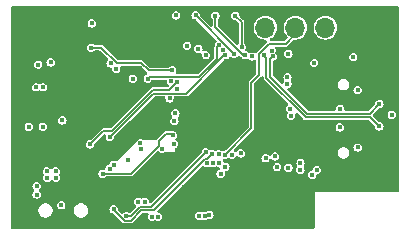
<source format=gbr>
%TF.GenerationSoftware,KiCad,Pcbnew,8.0.5*%
%TF.CreationDate,2024-12-17T02:27:59+01:00*%
%TF.ProjectId,hardware v5,68617264-7761-4726-9520-76352e6b6963,rev?*%
%TF.SameCoordinates,Original*%
%TF.FileFunction,Copper,L3,Inr*%
%TF.FilePolarity,Positive*%
%FSLAX46Y46*%
G04 Gerber Fmt 4.6, Leading zero omitted, Abs format (unit mm)*
G04 Created by KiCad (PCBNEW 8.0.5) date 2024-12-17 02:27:59*
%MOMM*%
%LPD*%
G01*
G04 APERTURE LIST*
%TA.AperFunction,ComponentPad*%
%ADD10R,1.700000X1.700000*%
%TD*%
%TA.AperFunction,ComponentPad*%
%ADD11O,1.700000X1.700000*%
%TD*%
%TA.AperFunction,ComponentPad*%
%ADD12O,1.800000X1.000000*%
%TD*%
%TA.AperFunction,ComponentPad*%
%ADD13O,2.100000X1.000000*%
%TD*%
%TA.AperFunction,ViaPad*%
%ADD14C,0.400000*%
%TD*%
%TA.AperFunction,Conductor*%
%ADD15C,0.150000*%
%TD*%
%TA.AperFunction,Conductor*%
%ADD16C,0.200000*%
%TD*%
G04 APERTURE END LIST*
D10*
%TO.N,GND*%
%TO.C,J3*%
X148570000Y-92965000D03*
D11*
%TO.N,+3.3V*%
X146030000Y-92965000D03*
%TO.N,OLED_SCL*%
X143490000Y-92965000D03*
%TO.N,OLED_SDA*%
X140950000Y-92965000D03*
%TD*%
D12*
%TO.N,GND*%
%TO.C,J2*%
X151240000Y-96350000D03*
D13*
X147060000Y-96350000D03*
D12*
X151240000Y-104990000D03*
D13*
X147060000Y-104990000D03*
%TD*%
D14*
%TO.N,GND*%
X126300000Y-96390000D03*
%TO.N,GPSTIMEPULSE*%
X126190000Y-94650000D03*
X133060000Y-96550000D03*
X137390000Y-94810000D03*
%TO.N,Net-(ANT2-TIMEPULSE)*%
X126250000Y-92590000D03*
%TO.N,GPSEXTINT*%
X128090000Y-108330000D03*
X136420000Y-103640000D03*
%TO.N,GNDGPS*%
X121700000Y-96080000D03*
X127750000Y-104900000D03*
X122120000Y-98000000D03*
X128110000Y-104570000D03*
X121530000Y-98000000D03*
%TO.N,GND*%
X121430000Y-91890000D03*
X120620000Y-104950000D03*
X150430000Y-98280000D03*
X149090000Y-105540000D03*
X122770000Y-97120000D03*
X136230000Y-100910000D03*
X138350000Y-96890000D03*
X143220000Y-106520000D03*
X149930000Y-103260000D03*
X145260000Y-106520000D03*
X121640000Y-105130000D03*
X138360000Y-93700000D03*
X136340000Y-97140000D03*
X151380000Y-106520000D03*
X131840000Y-101000000D03*
X120030000Y-106430000D03*
X147060000Y-94160000D03*
X137450000Y-101240000D03*
X119780000Y-105010000D03*
X120320000Y-91470000D03*
X136150000Y-101900000D03*
X139830000Y-93610000D03*
X119820000Y-105800000D03*
X122600000Y-94870000D03*
X143160000Y-101250000D03*
X142200000Y-106520000D03*
X130820000Y-100250000D03*
X138910000Y-106540000D03*
X134060000Y-106430000D03*
X140570000Y-101920000D03*
X143440000Y-102740000D03*
X119770000Y-97230000D03*
X139370000Y-96870000D03*
X125090000Y-101470000D03*
X137270000Y-97540000D03*
X149340000Y-106520000D03*
X126290000Y-91440000D03*
X133330000Y-95060000D03*
X122920000Y-103320000D03*
X141150000Y-100950000D03*
X138270000Y-106990000D03*
X133670000Y-104790000D03*
X132980000Y-104880000D03*
X145650000Y-96580000D03*
X120590000Y-105770000D03*
X151160000Y-103200000D03*
X125130000Y-91890000D03*
X137100000Y-107090000D03*
X148640000Y-91490000D03*
X138400000Y-99310000D03*
X141140000Y-101910000D03*
X119770000Y-95840000D03*
X142210000Y-92970000D03*
X144600000Y-104770000D03*
X144680000Y-91590000D03*
X147810000Y-106520000D03*
X130350000Y-96410000D03*
X150330000Y-102310000D03*
X139850000Y-94290000D03*
X138270000Y-109030000D03*
X122810000Y-107270000D03*
X140620000Y-94220000D03*
X147710000Y-98490000D03*
X148320000Y-106520000D03*
X148830000Y-106520000D03*
X129250000Y-101410000D03*
X127390000Y-100180000D03*
X142254834Y-95284834D03*
X142710000Y-106520000D03*
X125260000Y-98410000D03*
X147680000Y-102870000D03*
X146790000Y-106520000D03*
X149130000Y-102280000D03*
X131890000Y-105050000D03*
X134180000Y-93190000D03*
X150360000Y-106520000D03*
X133610000Y-108220000D03*
X133730000Y-107250000D03*
X140140000Y-98080000D03*
X123690000Y-104750000D03*
X138270000Y-107500000D03*
X143660000Y-103890000D03*
X151440000Y-97360000D03*
X124820000Y-104340000D03*
X149990000Y-93840000D03*
X126530000Y-97480000D03*
X143730000Y-106520000D03*
X119620000Y-103290000D03*
X120500000Y-93330000D03*
X144040000Y-100990000D03*
X147300000Y-106520000D03*
X150410000Y-97380000D03*
X151750000Y-103830000D03*
X127260000Y-101240000D03*
X127300000Y-98910000D03*
X151910000Y-91440000D03*
X149810000Y-104430000D03*
X138280000Y-98070000D03*
X130610000Y-105150000D03*
X138270000Y-108010000D03*
X126290000Y-105160000D03*
X147260000Y-91500000D03*
X131130000Y-91840000D03*
X140960000Y-106540000D03*
X149270000Y-96100000D03*
X123980000Y-102590000D03*
X151890000Y-106520000D03*
X133350000Y-93820000D03*
X148240000Y-94180000D03*
X123990000Y-91440000D03*
X141690000Y-106520000D03*
X151420000Y-98330000D03*
X151950000Y-94110000D03*
X125650000Y-94550000D03*
X144750000Y-106520000D03*
X131980000Y-97790000D03*
X121260000Y-109500000D03*
X133600000Y-94590000D03*
X139420000Y-91460000D03*
X135870000Y-91390000D03*
X141950000Y-91490000D03*
X138270000Y-108520000D03*
X119820000Y-94310000D03*
X137820000Y-101920000D03*
X119660000Y-92000000D03*
X148310000Y-101990000D03*
X137390000Y-109610000D03*
X129280000Y-91460000D03*
X149850000Y-106520000D03*
X142340000Y-102840000D03*
X129100000Y-98890000D03*
X144240000Y-106520000D03*
X121160000Y-94310000D03*
X127430000Y-91840000D03*
X120120000Y-108490000D03*
X138270000Y-109540000D03*
X122700000Y-92360000D03*
X149970000Y-96060000D03*
X130820000Y-101380000D03*
X122840000Y-106450000D03*
X150870000Y-106520000D03*
X151640000Y-102310000D03*
X141150000Y-98100000D03*
X137560000Y-91420000D03*
X146280000Y-106520000D03*
X119630000Y-101820000D03*
X123340000Y-108700000D03*
X145770000Y-106520000D03*
X122490000Y-91430000D03*
X135290000Y-93160000D03*
X136240000Y-98010000D03*
X131770000Y-99750000D03*
X149890000Y-91610000D03*
X132150000Y-91470000D03*
X124490000Y-97620000D03*
X125490000Y-97440000D03*
X134200000Y-91430000D03*
X150920000Y-94920000D03*
%TO.N,+3.3V*%
X135920000Y-95280000D03*
X137560000Y-104730000D03*
X137060000Y-104410000D03*
X130360000Y-102760000D03*
X133330000Y-100220000D03*
X122100000Y-101330000D03*
X135270000Y-94750000D03*
X136510000Y-104430000D03*
X142820000Y-97140000D03*
X143920000Y-104400000D03*
X134320000Y-94480000D03*
X136020000Y-104430000D03*
X127840000Y-95980000D03*
X137150000Y-105320000D03*
X122770000Y-95900000D03*
X141758656Y-103854826D03*
X143910000Y-104990000D03*
X129320000Y-104170000D03*
X142820000Y-97690000D03*
X138868083Y-103605000D03*
X120910000Y-101340000D03*
X128320000Y-96440000D03*
X133250000Y-100860831D03*
X130380000Y-103240000D03*
X139833442Y-95395000D03*
%TO.N,vusb*%
X131359997Y-108980000D03*
X131860000Y-108980000D03*
X121580000Y-107080000D03*
X145300000Y-105010000D03*
X121570000Y-106370000D03*
X151650000Y-100330000D03*
X144915000Y-105395000D03*
%TO.N,Net-(IC3-EN)*%
X135360000Y-108890000D03*
X136210000Y-108800000D03*
X135800000Y-108900000D03*
X123660000Y-107980000D03*
%TO.N,Net-(U1-NRST)*%
X133380000Y-91910000D03*
X132830000Y-98940000D03*
%TO.N,SPI_MOSi*%
X127780000Y-102220000D03*
X137557500Y-95295095D03*
%TO.N,SPI_MISO*%
X136990000Y-103680000D03*
X129715000Y-97260000D03*
%TO.N,SPI_CS*%
X130985000Y-97260000D03*
X137010000Y-94450000D03*
%TO.N,COMPASSDA*%
X132950000Y-97500000D03*
X142900000Y-104810000D03*
X141478477Y-94897064D03*
%TO.N,COMPASSCL*%
X133499998Y-98155000D03*
X141940251Y-104764958D03*
%TO.N,USART_RX*%
X140960000Y-103999240D03*
X142900000Y-95170000D03*
%TO.N,USART_TX*%
X138100000Y-103700000D03*
%TO.N,OLED_SCL*%
X137530000Y-103700000D03*
%TO.N,ALIMGPS*%
X133130000Y-102060000D03*
X127170000Y-105310000D03*
%TO.N,Net-(U1-PA4)*%
X129180000Y-108910000D03*
X135900002Y-103510000D03*
%TO.N,BAT+*%
X122450000Y-105110000D03*
X130200000Y-107700000D03*
X130720000Y-107700000D03*
X123220000Y-105680000D03*
X123210000Y-105110000D03*
X122490000Y-105660000D03*
%TO.N,SWDIO*%
X138930000Y-94610000D03*
X138400000Y-91940000D03*
%TO.N,SWCLK*%
X136720000Y-91930000D03*
X139230000Y-95280000D03*
%TO.N,SWO*%
X135040000Y-91900000D03*
X138307500Y-95190000D03*
%TO.N,D+*%
X150595000Y-101310000D03*
X140790000Y-95283906D03*
%TO.N,D-*%
X141558903Y-95390555D03*
X150595000Y-99410000D03*
%TO.N,Net-(U1-PB0)*%
X148384659Y-95447254D03*
X143120000Y-100410000D03*
%TO.N,Net-(U1-PB1)*%
X145070000Y-95950000D03*
X143050000Y-99810000D03*
%TO.N,Net-(ANT2-RXD)*%
X133214488Y-102810000D03*
%TO.N,Net-(ANT2-TXD)*%
X132190002Y-103188079D03*
%TO.N,Net-(ANT2-V_BCKP)*%
X123765000Y-100805000D03*
%TO.N,USBD-*%
X147270000Y-99830000D03*
%TO.N,Net-(J2-CC1)*%
X148750000Y-98240000D03*
%TO.N,USBD+*%
X147240000Y-101400000D03*
%TO.N,Net-(J2-CC2)*%
X148760000Y-103100000D03*
%TO.N,Net-(S3-COM_2)*%
X126090000Y-102840000D03*
X133499998Y-97560000D03*
%TD*%
D15*
%TO.N,GPSTIMEPULSE*%
X127040331Y-94650000D02*
X126190000Y-94650000D01*
X128350331Y-95960000D02*
X127040331Y-94650000D01*
X130450000Y-95960000D02*
X128350331Y-95960000D01*
X133030000Y-96580000D02*
X131070000Y-96580000D01*
X133060000Y-96550000D02*
X133030000Y-96580000D01*
X131070000Y-96580000D02*
X130450000Y-95960000D01*
%TO.N,SPI_CS*%
X136850000Y-95573946D02*
X135298946Y-97125000D01*
X135298946Y-97125000D02*
X131120000Y-97125000D01*
X137010000Y-94450000D02*
X136850000Y-94610000D01*
X131120000Y-97125000D02*
X130985000Y-97260000D01*
X136850000Y-94610000D02*
X136850000Y-95573946D01*
%TO.N,SPI_MOSi*%
X137482405Y-95295095D02*
X134247500Y-98530000D01*
X137557500Y-95295095D02*
X137482405Y-95295095D01*
X134247500Y-98530000D02*
X131470000Y-98530000D01*
X131470000Y-98530000D02*
X127780000Y-102220000D01*
%TO.N,GPSEXTINT*%
X136005000Y-104055000D02*
X136420000Y-103640000D01*
X135865000Y-104055000D02*
X136005000Y-104055000D01*
X130440000Y-108410000D02*
X131510000Y-108410000D01*
X129024669Y-109285000D02*
X129565000Y-109285000D01*
X129565000Y-109285000D02*
X130440000Y-108410000D01*
X128090000Y-108350331D02*
X129024669Y-109285000D01*
X128090000Y-108330000D02*
X128090000Y-108350331D01*
X131510000Y-108410000D02*
X135865000Y-104055000D01*
%TO.N,Net-(U1-PA4)*%
X131270002Y-108140000D02*
X135900002Y-103510000D01*
X130340000Y-108140000D02*
X131270002Y-108140000D01*
X129570000Y-108910000D02*
X130340000Y-108140000D01*
X129180000Y-108910000D02*
X129570000Y-108910000D01*
%TO.N,OLED_SCL*%
X141213577Y-94330000D02*
X142660000Y-94330000D01*
X142660000Y-94330000D02*
X143490000Y-93500000D01*
X143490000Y-93500000D02*
X143490000Y-92965000D01*
X140400000Y-96950000D02*
X140400000Y-95143577D01*
X139745000Y-101485000D02*
X139745000Y-97605000D01*
X140400000Y-95143577D02*
X141213577Y-94330000D01*
X137530000Y-103700000D02*
X139745000Y-101485000D01*
X139745000Y-97605000D02*
X140400000Y-96950000D01*
%TO.N,ALIMGPS*%
X132537588Y-101927823D02*
X131900000Y-102565411D01*
X129540331Y-105310000D02*
X127170000Y-105310000D01*
X131900000Y-102950331D02*
X129540331Y-105310000D01*
X133130000Y-102060000D02*
X132997823Y-101927823D01*
X132997823Y-101927823D02*
X132537588Y-101927823D01*
X131900000Y-102565411D02*
X131900000Y-102950331D01*
%TO.N,SWDIO*%
X138930000Y-94610000D02*
X138930000Y-92470000D01*
X138930000Y-92470000D02*
X138400000Y-91940000D01*
%TO.N,SWCLK*%
X136720000Y-92930331D02*
X136720000Y-91930000D01*
X139230000Y-95280000D02*
X139069669Y-95280000D01*
X139069669Y-95280000D02*
X136720000Y-92930331D01*
%TO.N,SWO*%
X138307500Y-95167500D02*
X135040000Y-91900000D01*
X138307500Y-95190000D02*
X138307500Y-95167500D01*
X138307500Y-95190000D02*
X138229669Y-95190000D01*
D16*
%TO.N,D+*%
X144350000Y-100530000D02*
X149815000Y-100530000D01*
X141040000Y-95533906D02*
X141040000Y-97220000D01*
X141040000Y-97220000D02*
X144350000Y-100530000D01*
X149815000Y-100530000D02*
X150595000Y-101310000D01*
X140790000Y-95283906D02*
X141040000Y-95533906D01*
%TO.N,D-*%
X141340000Y-97095736D02*
X144474264Y-100230000D01*
X141558903Y-95390555D02*
X141340000Y-95609458D01*
X149775000Y-100230000D02*
X150595000Y-99410000D01*
X144474264Y-100230000D02*
X149775000Y-100230000D01*
X141340000Y-95609458D02*
X141340000Y-97095736D01*
D15*
%TO.N,Net-(S3-COM_2)*%
X127220000Y-101710000D02*
X127936446Y-101710000D01*
X131406446Y-98240000D02*
X132819998Y-98240000D01*
X132819998Y-98240000D02*
X133499998Y-97560000D01*
X127936446Y-101710000D02*
X131406446Y-98240000D01*
X126090000Y-102840000D02*
X127220000Y-101710000D01*
%TD*%
%TA.AperFunction,Conductor*%
%TO.N,GND*%
G36*
X152232539Y-91180185D02*
G01*
X152278294Y-91232989D01*
X152289500Y-91284500D01*
X152289500Y-106726000D01*
X152269815Y-106793039D01*
X152217011Y-106838794D01*
X152165500Y-106850000D01*
X145110000Y-106850000D01*
X145110000Y-109835500D01*
X145090315Y-109902539D01*
X145037511Y-109948294D01*
X144986000Y-109959500D01*
X119504500Y-109959500D01*
X119437461Y-109939815D01*
X119391706Y-109887011D01*
X119380500Y-109835500D01*
X119380500Y-108355943D01*
X121729500Y-108355943D01*
X121729500Y-108514057D01*
X121762041Y-108635500D01*
X121770423Y-108666783D01*
X121770426Y-108666790D01*
X121849475Y-108803709D01*
X121849479Y-108803714D01*
X121849480Y-108803716D01*
X121961284Y-108915520D01*
X121961286Y-108915521D01*
X121961290Y-108915524D01*
X122072971Y-108980002D01*
X122098216Y-108994577D01*
X122250943Y-109035500D01*
X122250945Y-109035500D01*
X122409055Y-109035500D01*
X122409057Y-109035500D01*
X122561784Y-108994577D01*
X122698716Y-108915520D01*
X122810520Y-108803716D01*
X122889577Y-108666784D01*
X122930500Y-108514057D01*
X122930500Y-108355943D01*
X124729500Y-108355943D01*
X124729500Y-108514057D01*
X124762041Y-108635500D01*
X124770423Y-108666783D01*
X124770426Y-108666790D01*
X124849475Y-108803709D01*
X124849479Y-108803714D01*
X124849480Y-108803716D01*
X124961284Y-108915520D01*
X124961286Y-108915521D01*
X124961290Y-108915524D01*
X125072971Y-108980002D01*
X125098216Y-108994577D01*
X125250943Y-109035500D01*
X125250945Y-109035500D01*
X125409055Y-109035500D01*
X125409057Y-109035500D01*
X125561784Y-108994577D01*
X125698716Y-108915520D01*
X125810520Y-108803716D01*
X125889577Y-108666784D01*
X125930500Y-108514057D01*
X125930500Y-108355943D01*
X125889577Y-108203216D01*
X125881130Y-108188585D01*
X125810524Y-108066290D01*
X125810518Y-108066282D01*
X125698717Y-107954481D01*
X125698709Y-107954475D01*
X125561790Y-107875426D01*
X125561786Y-107875424D01*
X125561784Y-107875423D01*
X125409057Y-107834500D01*
X125250943Y-107834500D01*
X125098216Y-107875423D01*
X125098209Y-107875426D01*
X124961290Y-107954475D01*
X124961282Y-107954481D01*
X124849481Y-108066282D01*
X124849475Y-108066290D01*
X124770426Y-108203209D01*
X124770423Y-108203216D01*
X124729500Y-108355943D01*
X122930500Y-108355943D01*
X122889577Y-108203216D01*
X122881130Y-108188585D01*
X122810524Y-108066290D01*
X122810518Y-108066282D01*
X122724233Y-107979997D01*
X123305131Y-107979997D01*
X123305131Y-107980002D01*
X123322498Y-108089658D01*
X123372904Y-108188585D01*
X123372909Y-108188592D01*
X123451407Y-108267090D01*
X123451410Y-108267092D01*
X123451413Y-108267095D01*
X123550339Y-108317500D01*
X123550341Y-108317501D01*
X123659998Y-108334869D01*
X123660000Y-108334869D01*
X123660002Y-108334869D01*
X123769658Y-108317501D01*
X123769659Y-108317500D01*
X123769661Y-108317500D01*
X123868587Y-108267095D01*
X123947095Y-108188587D01*
X123997500Y-108089661D01*
X123997500Y-108089659D01*
X123997501Y-108089658D01*
X124014869Y-107980002D01*
X124014869Y-107979997D01*
X123997501Y-107870341D01*
X123979239Y-107834500D01*
X123947095Y-107771413D01*
X123947092Y-107771410D01*
X123947090Y-107771407D01*
X123868592Y-107692909D01*
X123868588Y-107692906D01*
X123868587Y-107692905D01*
X123864743Y-107690946D01*
X123769658Y-107642498D01*
X123660002Y-107625131D01*
X123659998Y-107625131D01*
X123550341Y-107642498D01*
X123451414Y-107692904D01*
X123451407Y-107692909D01*
X123372909Y-107771407D01*
X123372904Y-107771414D01*
X123322498Y-107870341D01*
X123305131Y-107979997D01*
X122724233Y-107979997D01*
X122698717Y-107954481D01*
X122698709Y-107954475D01*
X122561790Y-107875426D01*
X122561786Y-107875424D01*
X122561784Y-107875423D01*
X122409057Y-107834500D01*
X122250943Y-107834500D01*
X122098216Y-107875423D01*
X122098209Y-107875426D01*
X121961290Y-107954475D01*
X121961282Y-107954481D01*
X121849481Y-108066282D01*
X121849475Y-108066290D01*
X121770426Y-108203209D01*
X121770423Y-108203216D01*
X121729500Y-108355943D01*
X119380500Y-108355943D01*
X119380500Y-106369997D01*
X121215131Y-106369997D01*
X121215131Y-106370002D01*
X121232498Y-106479658D01*
X121282904Y-106578585D01*
X121282909Y-106578592D01*
X121346636Y-106642319D01*
X121380121Y-106703642D01*
X121375137Y-106773334D01*
X121346636Y-106817681D01*
X121292909Y-106871407D01*
X121292904Y-106871414D01*
X121242498Y-106970341D01*
X121225131Y-107079997D01*
X121225131Y-107080002D01*
X121242498Y-107189658D01*
X121292904Y-107288585D01*
X121292909Y-107288592D01*
X121371407Y-107367090D01*
X121371410Y-107367092D01*
X121371413Y-107367095D01*
X121456440Y-107410418D01*
X121470341Y-107417501D01*
X121579998Y-107434869D01*
X121580000Y-107434869D01*
X121580002Y-107434869D01*
X121689658Y-107417501D01*
X121689659Y-107417500D01*
X121689661Y-107417500D01*
X121788587Y-107367095D01*
X121867095Y-107288587D01*
X121917500Y-107189661D01*
X121917500Y-107189659D01*
X121917501Y-107189658D01*
X121934869Y-107080002D01*
X121934869Y-107079997D01*
X121917501Y-106970341D01*
X121917500Y-106970339D01*
X121867095Y-106871413D01*
X121867092Y-106871410D01*
X121867090Y-106871407D01*
X121803364Y-106807681D01*
X121769879Y-106746358D01*
X121774863Y-106676666D01*
X121803364Y-106632319D01*
X121857090Y-106578592D01*
X121857095Y-106578587D01*
X121907500Y-106479661D01*
X121907500Y-106479659D01*
X121907501Y-106479658D01*
X121924869Y-106370002D01*
X121924869Y-106369997D01*
X121907501Y-106260341D01*
X121907500Y-106260339D01*
X121857095Y-106161413D01*
X121857092Y-106161410D01*
X121857090Y-106161407D01*
X121778592Y-106082909D01*
X121778588Y-106082906D01*
X121778587Y-106082905D01*
X121774743Y-106080946D01*
X121679658Y-106032498D01*
X121570002Y-106015131D01*
X121569998Y-106015131D01*
X121460341Y-106032498D01*
X121361414Y-106082904D01*
X121361407Y-106082909D01*
X121282909Y-106161407D01*
X121282904Y-106161414D01*
X121232498Y-106260341D01*
X121215131Y-106369997D01*
X119380500Y-106369997D01*
X119380500Y-105109997D01*
X122095131Y-105109997D01*
X122095131Y-105110002D01*
X122112498Y-105219658D01*
X122162904Y-105318585D01*
X122162909Y-105318592D01*
X122170532Y-105326215D01*
X122204017Y-105387538D01*
X122199033Y-105457230D01*
X122193337Y-105470189D01*
X122152498Y-105550342D01*
X122135131Y-105659997D01*
X122135131Y-105660002D01*
X122152498Y-105769658D01*
X122202904Y-105868585D01*
X122202909Y-105868592D01*
X122281407Y-105947090D01*
X122281410Y-105947092D01*
X122281413Y-105947095D01*
X122380339Y-105997500D01*
X122380341Y-105997501D01*
X122489998Y-106014869D01*
X122490000Y-106014869D01*
X122490002Y-106014869D01*
X122599658Y-105997501D01*
X122599659Y-105997500D01*
X122599661Y-105997500D01*
X122698587Y-105947095D01*
X122698592Y-105947090D01*
X122757319Y-105888364D01*
X122818642Y-105854879D01*
X122888334Y-105859863D01*
X122932681Y-105888364D01*
X123011407Y-105967090D01*
X123011410Y-105967092D01*
X123011413Y-105967095D01*
X123071087Y-105997500D01*
X123110341Y-106017501D01*
X123219998Y-106034869D01*
X123220000Y-106034869D01*
X123220002Y-106034869D01*
X123329658Y-106017501D01*
X123329659Y-106017500D01*
X123329661Y-106017500D01*
X123428587Y-105967095D01*
X123507095Y-105888587D01*
X123557500Y-105789661D01*
X123557500Y-105789659D01*
X123557501Y-105789658D01*
X123574869Y-105680002D01*
X123574869Y-105679997D01*
X123557501Y-105570341D01*
X123547311Y-105550342D01*
X123507095Y-105471413D01*
X123507092Y-105471410D01*
X123501356Y-105463514D01*
X123503932Y-105461642D01*
X123478394Y-105414873D01*
X123483378Y-105345181D01*
X123492918Y-105327412D01*
X123492664Y-105327283D01*
X123501472Y-105309997D01*
X126815131Y-105309997D01*
X126815131Y-105310002D01*
X126832498Y-105419658D01*
X126882904Y-105518585D01*
X126882909Y-105518592D01*
X126961407Y-105597090D01*
X126961410Y-105597092D01*
X126961413Y-105597095D01*
X127060339Y-105647500D01*
X127060341Y-105647501D01*
X127169998Y-105664869D01*
X127170000Y-105664869D01*
X127170002Y-105664869D01*
X127279658Y-105647501D01*
X127279659Y-105647500D01*
X127279661Y-105647500D01*
X127378587Y-105597095D01*
X127378592Y-105597090D01*
X127403864Y-105571819D01*
X127465187Y-105538334D01*
X127491545Y-105535500D01*
X129481034Y-105535500D01*
X129481042Y-105535501D01*
X129495476Y-105535501D01*
X129585185Y-105535501D01*
X129585186Y-105535501D01*
X129656073Y-105506138D01*
X129668067Y-105501170D01*
X129731501Y-105437736D01*
X129731501Y-105437735D01*
X129748939Y-105420297D01*
X129748941Y-105420294D01*
X131750058Y-103419176D01*
X131811379Y-103385693D01*
X131881071Y-103390677D01*
X131925418Y-103419178D01*
X131981409Y-103475169D01*
X131981412Y-103475171D01*
X131981415Y-103475174D01*
X132080341Y-103525579D01*
X132080343Y-103525580D01*
X132190000Y-103542948D01*
X132190002Y-103542948D01*
X132190004Y-103542948D01*
X132299660Y-103525580D01*
X132299661Y-103525579D01*
X132299663Y-103525579D01*
X132398589Y-103475174D01*
X132398591Y-103475171D01*
X132400645Y-103473680D01*
X132403566Y-103472637D01*
X132407285Y-103470743D01*
X132407529Y-103471223D01*
X132466452Y-103450202D01*
X132473528Y-103450000D01*
X133230000Y-103450000D01*
X133290000Y-103390000D01*
X133290000Y-103240887D01*
X133309685Y-103173848D01*
X133357703Y-103130403D01*
X133423075Y-103097095D01*
X133501583Y-103018587D01*
X133551988Y-102919661D01*
X133551988Y-102919659D01*
X133551989Y-102919658D01*
X133569357Y-102810002D01*
X133569357Y-102809997D01*
X133551989Y-102700341D01*
X133516869Y-102631414D01*
X133501583Y-102601413D01*
X133501580Y-102601410D01*
X133501578Y-102601407D01*
X133423080Y-102522909D01*
X133423077Y-102522907D01*
X133423075Y-102522905D01*
X133402704Y-102512526D01*
X133351910Y-102464552D01*
X133335115Y-102396731D01*
X133357653Y-102330596D01*
X133371310Y-102314371D01*
X133417095Y-102268587D01*
X133467500Y-102169661D01*
X133467500Y-102169659D01*
X133467501Y-102169658D01*
X133484869Y-102060002D01*
X133484869Y-102059997D01*
X133467501Y-101950341D01*
X133459939Y-101935500D01*
X133417095Y-101851413D01*
X133417092Y-101851410D01*
X133417090Y-101851407D01*
X133338592Y-101772909D01*
X133338588Y-101772906D01*
X133338587Y-101772905D01*
X133303189Y-101754869D01*
X133239658Y-101722498D01*
X133130002Y-101705131D01*
X133130000Y-101705131D01*
X133106275Y-101708888D01*
X133055028Y-101702824D01*
X133054654Y-101704705D01*
X133042679Y-101702322D01*
X133042678Y-101702322D01*
X132952968Y-101702322D01*
X132938534Y-101702322D01*
X132938526Y-101702323D01*
X132596885Y-101702323D01*
X132596877Y-101702322D01*
X132582443Y-101702322D01*
X132492734Y-101702322D01*
X132492732Y-101702322D01*
X132492730Y-101702323D01*
X132444182Y-101722432D01*
X132409853Y-101736651D01*
X132391636Y-101754869D01*
X132346418Y-101800087D01*
X131742824Y-102403681D01*
X131681501Y-102437166D01*
X131655143Y-102440000D01*
X130533776Y-102440000D01*
X130477484Y-102426486D01*
X130469661Y-102422500D01*
X130469660Y-102422499D01*
X130469657Y-102422498D01*
X130360002Y-102405131D01*
X130359998Y-102405131D01*
X130250342Y-102422498D01*
X130246653Y-102424377D01*
X130242515Y-102426486D01*
X130186224Y-102440000D01*
X130159999Y-102440000D01*
X128381301Y-104218697D01*
X128319978Y-104252182D01*
X128250286Y-104247198D01*
X128237336Y-104241506D01*
X128219661Y-104232500D01*
X128219659Y-104232499D01*
X128219656Y-104232498D01*
X128110002Y-104215131D01*
X128109998Y-104215131D01*
X128000341Y-104232498D01*
X127901414Y-104282904D01*
X127901407Y-104282909D01*
X127822909Y-104361407D01*
X127822906Y-104361412D01*
X127822905Y-104361413D01*
X127789255Y-104427456D01*
X127772499Y-104460341D01*
X127769485Y-104469618D01*
X127766738Y-104468725D01*
X127743463Y-104517816D01*
X127684149Y-104554743D01*
X127670323Y-104557750D01*
X127640341Y-104562498D01*
X127541414Y-104612904D01*
X127541407Y-104612909D01*
X127462909Y-104691407D01*
X127462904Y-104691414D01*
X127412498Y-104790341D01*
X127400500Y-104866094D01*
X127370570Y-104929229D01*
X127311258Y-104966159D01*
X127258629Y-104969168D01*
X127170002Y-104955131D01*
X127169998Y-104955131D01*
X127060341Y-104972498D01*
X126961414Y-105022904D01*
X126961407Y-105022909D01*
X126882909Y-105101407D01*
X126882904Y-105101414D01*
X126832498Y-105200341D01*
X126815131Y-105309997D01*
X123501472Y-105309997D01*
X123547500Y-105219661D01*
X123547500Y-105219659D01*
X123547501Y-105219658D01*
X123564869Y-105110002D01*
X123564869Y-105109997D01*
X123547501Y-105000341D01*
X123542232Y-104990000D01*
X123497095Y-104901413D01*
X123497092Y-104901410D01*
X123497090Y-104901407D01*
X123418592Y-104822909D01*
X123418588Y-104822906D01*
X123418587Y-104822905D01*
X123393263Y-104810002D01*
X123319658Y-104772498D01*
X123210002Y-104755131D01*
X123209998Y-104755131D01*
X123100341Y-104772498D01*
X123001414Y-104822904D01*
X123001407Y-104822909D01*
X122917681Y-104906636D01*
X122856358Y-104940121D01*
X122786666Y-104935137D01*
X122742319Y-104906636D01*
X122658592Y-104822909D01*
X122658588Y-104822906D01*
X122658587Y-104822905D01*
X122633263Y-104810002D01*
X122559658Y-104772498D01*
X122450002Y-104755131D01*
X122449998Y-104755131D01*
X122340341Y-104772498D01*
X122241414Y-104822904D01*
X122241407Y-104822909D01*
X122162909Y-104901407D01*
X122162904Y-104901414D01*
X122112498Y-105000341D01*
X122095131Y-105109997D01*
X119380500Y-105109997D01*
X119380500Y-102839997D01*
X125735131Y-102839997D01*
X125735131Y-102840002D01*
X125752498Y-102949658D01*
X125802904Y-103048585D01*
X125802909Y-103048592D01*
X125881407Y-103127090D01*
X125881410Y-103127092D01*
X125881413Y-103127095D01*
X125970522Y-103172498D01*
X125980341Y-103177501D01*
X126089998Y-103194869D01*
X126090000Y-103194869D01*
X126090002Y-103194869D01*
X126199658Y-103177501D01*
X126199659Y-103177500D01*
X126199661Y-103177500D01*
X126298587Y-103127095D01*
X126377095Y-103048587D01*
X126427500Y-102949661D01*
X126427500Y-102949659D01*
X126427501Y-102949658D01*
X126442414Y-102855500D01*
X126444869Y-102840000D01*
X126444869Y-102839997D01*
X126445334Y-102837061D01*
X126475263Y-102773926D01*
X126480107Y-102768796D01*
X127229843Y-102019062D01*
X127291165Y-101985578D01*
X127360857Y-101990562D01*
X127416790Y-102032434D01*
X127441207Y-102097898D01*
X127439996Y-102126142D01*
X127425131Y-102219997D01*
X127425131Y-102220002D01*
X127442498Y-102329658D01*
X127476674Y-102396731D01*
X127491834Y-102426486D01*
X127492904Y-102428585D01*
X127492909Y-102428592D01*
X127571407Y-102507090D01*
X127571410Y-102507092D01*
X127571413Y-102507095D01*
X127661319Y-102552904D01*
X127670341Y-102557501D01*
X127779998Y-102574869D01*
X127780000Y-102574869D01*
X127780002Y-102574869D01*
X127889658Y-102557501D01*
X127889659Y-102557500D01*
X127889661Y-102557500D01*
X127988587Y-102507095D01*
X128067095Y-102428587D01*
X128117500Y-102329661D01*
X128117500Y-102329659D01*
X128117501Y-102329658D01*
X128127174Y-102268585D01*
X128134869Y-102220000D01*
X128134869Y-102219997D01*
X128135334Y-102217061D01*
X128165263Y-102153926D01*
X128170108Y-102148795D01*
X129458076Y-100860828D01*
X132895131Y-100860828D01*
X132895131Y-100860833D01*
X132912498Y-100970489D01*
X132962904Y-101069416D01*
X132962909Y-101069423D01*
X133041407Y-101147921D01*
X133041410Y-101147923D01*
X133041413Y-101147926D01*
X133064853Y-101159869D01*
X133140341Y-101198332D01*
X133249998Y-101215700D01*
X133250000Y-101215700D01*
X133250002Y-101215700D01*
X133359658Y-101198332D01*
X133359659Y-101198331D01*
X133359661Y-101198331D01*
X133458587Y-101147926D01*
X133537095Y-101069418D01*
X133587500Y-100970492D01*
X133587500Y-100970490D01*
X133587501Y-100970489D01*
X133604869Y-100860833D01*
X133604869Y-100860828D01*
X133587501Y-100751172D01*
X133583013Y-100742363D01*
X133537095Y-100652244D01*
X133537094Y-100652243D01*
X133532664Y-100643548D01*
X133534561Y-100642581D01*
X133515413Y-100588903D01*
X133531243Y-100520850D01*
X133551526Y-100494155D01*
X133617095Y-100428587D01*
X133667500Y-100329661D01*
X133667500Y-100329659D01*
X133667501Y-100329658D01*
X133684869Y-100220002D01*
X133684869Y-100219997D01*
X133667501Y-100110341D01*
X133633140Y-100042904D01*
X133617095Y-100011413D01*
X133617092Y-100011410D01*
X133617090Y-100011407D01*
X133538592Y-99932909D01*
X133538588Y-99932906D01*
X133538587Y-99932905D01*
X133487767Y-99907011D01*
X133439658Y-99882498D01*
X133330002Y-99865131D01*
X133329998Y-99865131D01*
X133220341Y-99882498D01*
X133121414Y-99932904D01*
X133121407Y-99932909D01*
X133042909Y-100011407D01*
X133042904Y-100011414D01*
X132992498Y-100110341D01*
X132975131Y-100219997D01*
X132975131Y-100220002D01*
X132992498Y-100329658D01*
X133007958Y-100360000D01*
X133033433Y-100409998D01*
X133047336Y-100437283D01*
X133045439Y-100438249D01*
X133064587Y-100491931D01*
X133048754Y-100559983D01*
X133028470Y-100586678D01*
X132962906Y-100652241D01*
X132962904Y-100652245D01*
X132912498Y-100751172D01*
X132895131Y-100860828D01*
X129458076Y-100860828D01*
X131527086Y-98791819D01*
X131588409Y-98758334D01*
X131614767Y-98755500D01*
X132359168Y-98755500D01*
X132426207Y-98775185D01*
X132471962Y-98827989D01*
X132481906Y-98897147D01*
X132481641Y-98898899D01*
X132475131Y-98939999D01*
X132475131Y-98940002D01*
X132492498Y-99049658D01*
X132542904Y-99148585D01*
X132542909Y-99148592D01*
X132621407Y-99227090D01*
X132621410Y-99227092D01*
X132621413Y-99227095D01*
X132720339Y-99277500D01*
X132720341Y-99277501D01*
X132829998Y-99294869D01*
X132830000Y-99294869D01*
X132830002Y-99294869D01*
X132939658Y-99277501D01*
X132939659Y-99277500D01*
X132939661Y-99277500D01*
X133038587Y-99227095D01*
X133117095Y-99148587D01*
X133167500Y-99049661D01*
X133167500Y-99049659D01*
X133167501Y-99049658D01*
X133184869Y-98940002D01*
X133184869Y-98939999D01*
X133178359Y-98898899D01*
X133187313Y-98829605D01*
X133232309Y-98776153D01*
X133299060Y-98755513D01*
X133300832Y-98755500D01*
X134188203Y-98755500D01*
X134188211Y-98755501D01*
X134202645Y-98755501D01*
X134292353Y-98755501D01*
X134292355Y-98755501D01*
X134350960Y-98731225D01*
X134375236Y-98721170D01*
X134438670Y-98657736D01*
X134438670Y-98657735D01*
X134456108Y-98640297D01*
X134456110Y-98640294D01*
X137416951Y-95679452D01*
X137478272Y-95645969D01*
X137524027Y-95644662D01*
X137557500Y-95649964D01*
X137557500Y-95649963D01*
X137557501Y-95649964D01*
X137557502Y-95649964D01*
X137667158Y-95632596D01*
X137667159Y-95632595D01*
X137667161Y-95632595D01*
X137766087Y-95582190D01*
X137844595Y-95503682D01*
X137861929Y-95469661D01*
X137909899Y-95418868D01*
X137977719Y-95402071D01*
X138043855Y-95424607D01*
X138060093Y-95438276D01*
X138098907Y-95477090D01*
X138098910Y-95477092D01*
X138098913Y-95477095D01*
X138153015Y-95504661D01*
X138197841Y-95527501D01*
X138307498Y-95544869D01*
X138307500Y-95544869D01*
X138307502Y-95544869D01*
X138417158Y-95527501D01*
X138417159Y-95527500D01*
X138417161Y-95527500D01*
X138516087Y-95477095D01*
X138594595Y-95398587D01*
X138609853Y-95368640D01*
X138657824Y-95317846D01*
X138725645Y-95301049D01*
X138791780Y-95323585D01*
X138808018Y-95337254D01*
X138871428Y-95400664D01*
X138871431Y-95400668D01*
X138911933Y-95441170D01*
X138934735Y-95472552D01*
X138938805Y-95480541D01*
X138942905Y-95488587D01*
X138942909Y-95488592D01*
X139021407Y-95567090D01*
X139021410Y-95567092D01*
X139021413Y-95567095D01*
X139084319Y-95599147D01*
X139120341Y-95617501D01*
X139229998Y-95634869D01*
X139230000Y-95634869D01*
X139230002Y-95634869D01*
X139339656Y-95617501D01*
X139339656Y-95617500D01*
X139339661Y-95617500D01*
X139405530Y-95583938D01*
X139474195Y-95571043D01*
X139538936Y-95597319D01*
X139549502Y-95606743D01*
X139624849Y-95682090D01*
X139624852Y-95682092D01*
X139624855Y-95682095D01*
X139715057Y-95728055D01*
X139723783Y-95732501D01*
X139833440Y-95749869D01*
X139833442Y-95749869D01*
X139833444Y-95749869D01*
X139943098Y-95732501D01*
X139943098Y-95732500D01*
X139943103Y-95732500D01*
X139994209Y-95706460D01*
X140062874Y-95693565D01*
X140127614Y-95719841D01*
X140167872Y-95776947D01*
X140174500Y-95816946D01*
X140174500Y-96805232D01*
X140154815Y-96872271D01*
X140138181Y-96892913D01*
X139891097Y-97139997D01*
X139617265Y-97413829D01*
X139617264Y-97413830D01*
X139585546Y-97445547D01*
X139553829Y-97477264D01*
X139550417Y-97485503D01*
X139519499Y-97560142D01*
X139519499Y-97664288D01*
X139519500Y-97664297D01*
X139519500Y-101340232D01*
X139499815Y-101407271D01*
X139483181Y-101427913D01*
X137601220Y-103309873D01*
X137539897Y-103343358D01*
X137532937Y-103344665D01*
X137420342Y-103362498D01*
X137333101Y-103406949D01*
X137264432Y-103419844D01*
X137203927Y-103396784D01*
X137198589Y-103392906D01*
X137099658Y-103342498D01*
X136990002Y-103325131D01*
X136989998Y-103325131D01*
X136880342Y-103342498D01*
X136786940Y-103390088D01*
X136718271Y-103402983D01*
X136653531Y-103376705D01*
X136642966Y-103367283D01*
X136628592Y-103352909D01*
X136628588Y-103352906D01*
X136628587Y-103352905D01*
X136608162Y-103342498D01*
X136529658Y-103302498D01*
X136420002Y-103285131D01*
X136419998Y-103285131D01*
X136310340Y-103302499D01*
X136310339Y-103302499D01*
X136309683Y-103302834D01*
X136308799Y-103302999D01*
X136301063Y-103305514D01*
X136300737Y-103304513D01*
X136241013Y-103315727D01*
X136176274Y-103289448D01*
X136165720Y-103280036D01*
X136108589Y-103222905D01*
X136053565Y-103194869D01*
X136009660Y-103172498D01*
X135900004Y-103155131D01*
X135900000Y-103155131D01*
X135790343Y-103172498D01*
X135691416Y-103222904D01*
X135691409Y-103222909D01*
X135612911Y-103301407D01*
X135612906Y-103301414D01*
X135562500Y-103400341D01*
X135544667Y-103512937D01*
X135514737Y-103576072D01*
X135509875Y-103581220D01*
X131285212Y-107805884D01*
X131223889Y-107839369D01*
X131154197Y-107834385D01*
X131098264Y-107792513D01*
X131073847Y-107727049D01*
X131074869Y-107703225D01*
X131074869Y-107699997D01*
X131057501Y-107590341D01*
X131057500Y-107590339D01*
X131007095Y-107491413D01*
X131007092Y-107491410D01*
X131007090Y-107491407D01*
X130928592Y-107412909D01*
X130928588Y-107412906D01*
X130928587Y-107412905D01*
X130923706Y-107410418D01*
X130829658Y-107362498D01*
X130720002Y-107345131D01*
X130719998Y-107345131D01*
X130610341Y-107362498D01*
X130516294Y-107410418D01*
X130447625Y-107423314D01*
X130403706Y-107410418D01*
X130309658Y-107362498D01*
X130200002Y-107345131D01*
X130199998Y-107345131D01*
X130090341Y-107362498D01*
X129991414Y-107412904D01*
X129991407Y-107412909D01*
X129912909Y-107491407D01*
X129912904Y-107491414D01*
X129862498Y-107590341D01*
X129845131Y-107699997D01*
X129845131Y-107700002D01*
X129862498Y-107809658D01*
X129912904Y-107908585D01*
X129912909Y-107908592D01*
X129995024Y-107990707D01*
X130028509Y-108052030D01*
X130023525Y-108121722D01*
X129995024Y-108166069D01*
X129550122Y-108610972D01*
X129488799Y-108644457D01*
X129419108Y-108639473D01*
X129389556Y-108623610D01*
X129388590Y-108622908D01*
X129388587Y-108622905D01*
X129362278Y-108609500D01*
X129289658Y-108572498D01*
X129180002Y-108555131D01*
X129179998Y-108555131D01*
X129070341Y-108572498D01*
X128971414Y-108622904D01*
X128971410Y-108622906D01*
X128914126Y-108680191D01*
X128852802Y-108713675D01*
X128783111Y-108708690D01*
X128738764Y-108680190D01*
X128481188Y-108422614D01*
X128447703Y-108361291D01*
X128444869Y-108334933D01*
X128444869Y-108329997D01*
X128427501Y-108220341D01*
X128411324Y-108188592D01*
X128377095Y-108121413D01*
X128377092Y-108121410D01*
X128377090Y-108121407D01*
X128298592Y-108042909D01*
X128298588Y-108042906D01*
X128298587Y-108042905D01*
X128287979Y-108037500D01*
X128199658Y-107992498D01*
X128090002Y-107975131D01*
X128089998Y-107975131D01*
X127980341Y-107992498D01*
X127881414Y-108042904D01*
X127881407Y-108042909D01*
X127802909Y-108121407D01*
X127802904Y-108121414D01*
X127752498Y-108220341D01*
X127735131Y-108329997D01*
X127735131Y-108330002D01*
X127752498Y-108439658D01*
X127802904Y-108538585D01*
X127802909Y-108538592D01*
X127881407Y-108617090D01*
X127881410Y-108617092D01*
X127881413Y-108617095D01*
X127980339Y-108667500D01*
X127980340Y-108667500D01*
X127980342Y-108667501D01*
X127980341Y-108667501D01*
X128068780Y-108681508D01*
X128131915Y-108711437D01*
X128137064Y-108716300D01*
X128826428Y-109405664D01*
X128826431Y-109405668D01*
X128833499Y-109412736D01*
X128896933Y-109476170D01*
X128931261Y-109490388D01*
X128931263Y-109490390D01*
X128931264Y-109490390D01*
X128979815Y-109510501D01*
X128979816Y-109510501D01*
X129083958Y-109510501D01*
X129083966Y-109510500D01*
X129505703Y-109510500D01*
X129505711Y-109510501D01*
X129520145Y-109510501D01*
X129609853Y-109510501D01*
X129609855Y-109510501D01*
X129668460Y-109486225D01*
X129692736Y-109476170D01*
X129756170Y-109412736D01*
X129756170Y-109412735D01*
X129773608Y-109395297D01*
X129773609Y-109395294D01*
X130497086Y-108671819D01*
X130558409Y-108638334D01*
X130584767Y-108635500D01*
X130939804Y-108635500D01*
X131006843Y-108655185D01*
X131052598Y-108707989D01*
X131062542Y-108777147D01*
X131050289Y-108815794D01*
X131022495Y-108870341D01*
X131005128Y-108979997D01*
X131005128Y-108980002D01*
X131022495Y-109089658D01*
X131072901Y-109188585D01*
X131072906Y-109188592D01*
X131151404Y-109267090D01*
X131151407Y-109267092D01*
X131151410Y-109267095D01*
X131166289Y-109274676D01*
X131250338Y-109317501D01*
X131359995Y-109334869D01*
X131359997Y-109334869D01*
X131359999Y-109334869D01*
X131469653Y-109317501D01*
X131469653Y-109317500D01*
X131469658Y-109317500D01*
X131553706Y-109274675D01*
X131622372Y-109261780D01*
X131666292Y-109274676D01*
X131750341Y-109317501D01*
X131859998Y-109334869D01*
X131860000Y-109334869D01*
X131860002Y-109334869D01*
X131969658Y-109317501D01*
X131969659Y-109317500D01*
X131969661Y-109317500D01*
X132068587Y-109267095D01*
X132147095Y-109188587D01*
X132197500Y-109089661D01*
X132197500Y-109089659D01*
X132197501Y-109089658D01*
X132214869Y-108980002D01*
X132214869Y-108979997D01*
X132200614Y-108889997D01*
X135005131Y-108889997D01*
X135005131Y-108890002D01*
X135022498Y-108999658D01*
X135072904Y-109098585D01*
X135072909Y-109098592D01*
X135151407Y-109177090D01*
X135151410Y-109177092D01*
X135151413Y-109177095D01*
X135246767Y-109225680D01*
X135250341Y-109227501D01*
X135359998Y-109244869D01*
X135360000Y-109244869D01*
X135360002Y-109244869D01*
X135469657Y-109227501D01*
X135469658Y-109227500D01*
X135469661Y-109227500D01*
X135513894Y-109204962D01*
X135582559Y-109192066D01*
X135626476Y-109204960D01*
X135690339Y-109237500D01*
X135690341Y-109237500D01*
X135690343Y-109237501D01*
X135799998Y-109254869D01*
X135800000Y-109254869D01*
X135800002Y-109254869D01*
X135909658Y-109237501D01*
X135909659Y-109237500D01*
X135909661Y-109237500D01*
X136008587Y-109187095D01*
X136019270Y-109176411D01*
X136080588Y-109142928D01*
X136126348Y-109141620D01*
X136209998Y-109154869D01*
X136210000Y-109154869D01*
X136210002Y-109154869D01*
X136319658Y-109137501D01*
X136319659Y-109137500D01*
X136319661Y-109137500D01*
X136418587Y-109087095D01*
X136497095Y-109008587D01*
X136547500Y-108909661D01*
X136547500Y-108909659D01*
X136547501Y-108909658D01*
X136564869Y-108800002D01*
X136564869Y-108799997D01*
X136547501Y-108690341D01*
X136544525Y-108684500D01*
X136497095Y-108591413D01*
X136497092Y-108591410D01*
X136497090Y-108591407D01*
X136418592Y-108512909D01*
X136418588Y-108512906D01*
X136418587Y-108512905D01*
X136335225Y-108470430D01*
X136319658Y-108462498D01*
X136210002Y-108445131D01*
X136209998Y-108445131D01*
X136100341Y-108462498D01*
X136001413Y-108512903D01*
X135990724Y-108523592D01*
X135929399Y-108557074D01*
X135883651Y-108558379D01*
X135800003Y-108545131D01*
X135799998Y-108545131D01*
X135690341Y-108562498D01*
X135646107Y-108585037D01*
X135577437Y-108597933D01*
X135533519Y-108585037D01*
X135469658Y-108552498D01*
X135360002Y-108535131D01*
X135359998Y-108535131D01*
X135250341Y-108552498D01*
X135151414Y-108602904D01*
X135151407Y-108602909D01*
X135072909Y-108681407D01*
X135072904Y-108681414D01*
X135022498Y-108780341D01*
X135005131Y-108889997D01*
X132200614Y-108889997D01*
X132197501Y-108870341D01*
X132169708Y-108815794D01*
X132147095Y-108771413D01*
X132147092Y-108771410D01*
X132147090Y-108771407D01*
X132068592Y-108692909D01*
X132068588Y-108692906D01*
X132068587Y-108692905D01*
X131969661Y-108642500D01*
X131969659Y-108642499D01*
X131969658Y-108642499D01*
X131887805Y-108629534D01*
X131824671Y-108599604D01*
X131787740Y-108540292D01*
X131788738Y-108470430D01*
X131819521Y-108419382D01*
X135578931Y-104659972D01*
X135640252Y-104626489D01*
X135709944Y-104631473D01*
X135754291Y-104659974D01*
X135811407Y-104717090D01*
X135811410Y-104717092D01*
X135811413Y-104717095D01*
X135905175Y-104764869D01*
X135910341Y-104767501D01*
X136019998Y-104784869D01*
X136020000Y-104784869D01*
X136020002Y-104784869D01*
X136129656Y-104767501D01*
X136129656Y-104767500D01*
X136129661Y-104767500D01*
X136208709Y-104727223D01*
X136277374Y-104714328D01*
X136321288Y-104727222D01*
X136400339Y-104767500D01*
X136400341Y-104767500D01*
X136400343Y-104767501D01*
X136509998Y-104784869D01*
X136510000Y-104784869D01*
X136510002Y-104784869D01*
X136619658Y-104767501D01*
X136619659Y-104767500D01*
X136619661Y-104767500D01*
X136718587Y-104717095D01*
X136718592Y-104717089D01*
X136726486Y-104711356D01*
X136728558Y-104714208D01*
X136774243Y-104689240D01*
X136843936Y-104694197D01*
X136856919Y-104699900D01*
X136950339Y-104747500D01*
X136950341Y-104747500D01*
X136950343Y-104747501D01*
X136993906Y-104754401D01*
X137057041Y-104784330D01*
X137093972Y-104843642D01*
X137092974Y-104913504D01*
X137054364Y-104971737D01*
X137030804Y-104987358D01*
X136941413Y-105032905D01*
X136941412Y-105032906D01*
X136941407Y-105032909D01*
X136862909Y-105111407D01*
X136862904Y-105111414D01*
X136812498Y-105210341D01*
X136795131Y-105319997D01*
X136795131Y-105320002D01*
X136812498Y-105429658D01*
X136862904Y-105528585D01*
X136862909Y-105528592D01*
X136941407Y-105607090D01*
X136941410Y-105607092D01*
X136941413Y-105607095D01*
X137020713Y-105647500D01*
X137040341Y-105657501D01*
X137149998Y-105674869D01*
X137150000Y-105674869D01*
X137150002Y-105674869D01*
X137259658Y-105657501D01*
X137259659Y-105657500D01*
X137259661Y-105657500D01*
X137358587Y-105607095D01*
X137437095Y-105528587D01*
X137487500Y-105429661D01*
X137487500Y-105429659D01*
X137487501Y-105429658D01*
X137492991Y-105394997D01*
X144560131Y-105394997D01*
X144560131Y-105395002D01*
X144577498Y-105504658D01*
X144627904Y-105603585D01*
X144627909Y-105603592D01*
X144706407Y-105682090D01*
X144706410Y-105682092D01*
X144706413Y-105682095D01*
X144805339Y-105732500D01*
X144805341Y-105732501D01*
X144914998Y-105749869D01*
X144915000Y-105749869D01*
X144915002Y-105749869D01*
X145024658Y-105732501D01*
X145024659Y-105732500D01*
X145024661Y-105732500D01*
X145123587Y-105682095D01*
X145202095Y-105603587D01*
X145252500Y-105504661D01*
X145259895Y-105457968D01*
X145289823Y-105394837D01*
X145349134Y-105357905D01*
X145362955Y-105354897D01*
X145409661Y-105347500D01*
X145508587Y-105297095D01*
X145587095Y-105218587D01*
X145637500Y-105119661D01*
X145637500Y-105119659D01*
X145637501Y-105119658D01*
X145654869Y-105010002D01*
X145654869Y-105009997D01*
X145637501Y-104900341D01*
X145637327Y-104900000D01*
X145587095Y-104801413D01*
X145587092Y-104801410D01*
X145587090Y-104801407D01*
X145508592Y-104722909D01*
X145508588Y-104722906D01*
X145508587Y-104722905D01*
X145469335Y-104702905D01*
X145409658Y-104672498D01*
X145300002Y-104655131D01*
X145299998Y-104655131D01*
X145190341Y-104672498D01*
X145091414Y-104722904D01*
X145091407Y-104722909D01*
X145012909Y-104801407D01*
X145012904Y-104801414D01*
X144962499Y-104900341D01*
X144955104Y-104947030D01*
X144925174Y-105010164D01*
X144865863Y-105047095D01*
X144852030Y-105050104D01*
X144805341Y-105057499D01*
X144706414Y-105107904D01*
X144706407Y-105107909D01*
X144627909Y-105186407D01*
X144627904Y-105186414D01*
X144577498Y-105285341D01*
X144560131Y-105394997D01*
X137492991Y-105394997D01*
X137504869Y-105320002D01*
X137504869Y-105319998D01*
X137489286Y-105221614D01*
X137498240Y-105152321D01*
X137543236Y-105098869D01*
X137592356Y-105079744D01*
X137669661Y-105067500D01*
X137768587Y-105017095D01*
X137847095Y-104938587D01*
X137897500Y-104839661D01*
X137897500Y-104839659D01*
X137897501Y-104839658D01*
X137909333Y-104764955D01*
X141585382Y-104764955D01*
X141585382Y-104764960D01*
X141602749Y-104874616D01*
X141653155Y-104973543D01*
X141653160Y-104973550D01*
X141731658Y-105052048D01*
X141731661Y-105052050D01*
X141731664Y-105052053D01*
X141823546Y-105098869D01*
X141830592Y-105102459D01*
X141940249Y-105119827D01*
X141940251Y-105119827D01*
X141940253Y-105119827D01*
X142049909Y-105102459D01*
X142049910Y-105102458D01*
X142049912Y-105102458D01*
X142148838Y-105052053D01*
X142227346Y-104973545D01*
X142277751Y-104874619D01*
X142277751Y-104874617D01*
X142277752Y-104874616D01*
X142287987Y-104809997D01*
X142545131Y-104809997D01*
X142545131Y-104810002D01*
X142562498Y-104919658D01*
X142612904Y-105018585D01*
X142612909Y-105018592D01*
X142691407Y-105097090D01*
X142691410Y-105097092D01*
X142691413Y-105097095D01*
X142790339Y-105147500D01*
X142790341Y-105147501D01*
X142899998Y-105164869D01*
X142900000Y-105164869D01*
X142900002Y-105164869D01*
X143009658Y-105147501D01*
X143009659Y-105147500D01*
X143009661Y-105147500D01*
X143108587Y-105097095D01*
X143187095Y-105018587D01*
X143201662Y-104989997D01*
X143555131Y-104989997D01*
X143555131Y-104990002D01*
X143572498Y-105099658D01*
X143622904Y-105198585D01*
X143622909Y-105198592D01*
X143701407Y-105277090D01*
X143701410Y-105277092D01*
X143701413Y-105277095D01*
X143785623Y-105320002D01*
X143800341Y-105327501D01*
X143909998Y-105344869D01*
X143910000Y-105344869D01*
X143910002Y-105344869D01*
X144019658Y-105327501D01*
X144019659Y-105327500D01*
X144019661Y-105327500D01*
X144118587Y-105277095D01*
X144197095Y-105198587D01*
X144247500Y-105099661D01*
X144247500Y-105099659D01*
X144247501Y-105099658D01*
X144264869Y-104990002D01*
X144264869Y-104989997D01*
X144247501Y-104880341D01*
X144247500Y-104880339D01*
X144197095Y-104781413D01*
X144197092Y-104781410D01*
X144191356Y-104773514D01*
X144194424Y-104771285D01*
X144169899Y-104726454D01*
X144174828Y-104656758D01*
X144203367Y-104612315D01*
X144207095Y-104608587D01*
X144257500Y-104509661D01*
X144257500Y-104509659D01*
X144257501Y-104509658D01*
X144274869Y-104400002D01*
X144274869Y-104399997D01*
X144257501Y-104290341D01*
X144237127Y-104250354D01*
X144207095Y-104191413D01*
X144207092Y-104191410D01*
X144207090Y-104191407D01*
X144128592Y-104112909D01*
X144128588Y-104112906D01*
X144128587Y-104112905D01*
X144088540Y-104092500D01*
X144029658Y-104062498D01*
X143920002Y-104045131D01*
X143919998Y-104045131D01*
X143810341Y-104062498D01*
X143711414Y-104112904D01*
X143711407Y-104112909D01*
X143632909Y-104191407D01*
X143632904Y-104191414D01*
X143582498Y-104290341D01*
X143565131Y-104399997D01*
X143565131Y-104400002D01*
X143582498Y-104509658D01*
X143632904Y-104608585D01*
X143638644Y-104616486D01*
X143635585Y-104618708D01*
X143660121Y-104663642D01*
X143655137Y-104733334D01*
X143626636Y-104777681D01*
X143622909Y-104781407D01*
X143622904Y-104781414D01*
X143572498Y-104880341D01*
X143555131Y-104989997D01*
X143201662Y-104989997D01*
X143237500Y-104919661D01*
X143237500Y-104919659D01*
X143237501Y-104919658D01*
X143254869Y-104810002D01*
X143254869Y-104809997D01*
X143237501Y-104700341D01*
X143235847Y-104697095D01*
X143187095Y-104601413D01*
X143187092Y-104601410D01*
X143187090Y-104601407D01*
X143108592Y-104522909D01*
X143108588Y-104522906D01*
X143108587Y-104522905D01*
X143082588Y-104509658D01*
X143009658Y-104472498D01*
X142900002Y-104455131D01*
X142899998Y-104455131D01*
X142790341Y-104472498D01*
X142691414Y-104522904D01*
X142691407Y-104522909D01*
X142612909Y-104601407D01*
X142612904Y-104601414D01*
X142562498Y-104700341D01*
X142545131Y-104809997D01*
X142287987Y-104809997D01*
X142295120Y-104764960D01*
X142295120Y-104764955D01*
X142277752Y-104655299D01*
X142256151Y-104612904D01*
X142227346Y-104556371D01*
X142227343Y-104556368D01*
X142227341Y-104556365D01*
X142148843Y-104477867D01*
X142148839Y-104477864D01*
X142148838Y-104477863D01*
X142049912Y-104427458D01*
X142049911Y-104427457D01*
X142049908Y-104427456D01*
X142049909Y-104427456D01*
X141936272Y-104409458D01*
X141873137Y-104379529D01*
X141861817Y-104361349D01*
X141861702Y-104369428D01*
X141823093Y-104427661D01*
X141799532Y-104443282D01*
X141731665Y-104477862D01*
X141731658Y-104477867D01*
X141653160Y-104556365D01*
X141653155Y-104556372D01*
X141602749Y-104655299D01*
X141585382Y-104764955D01*
X137909333Y-104764955D01*
X137914869Y-104730002D01*
X137914869Y-104729997D01*
X137897501Y-104620341D01*
X137887854Y-104601407D01*
X137847095Y-104521413D01*
X137847092Y-104521410D01*
X137847090Y-104521407D01*
X137768592Y-104442909D01*
X137768588Y-104442906D01*
X137768587Y-104442905D01*
X137738669Y-104427661D01*
X137669658Y-104392498D01*
X137560002Y-104375131D01*
X137560001Y-104375131D01*
X137560000Y-104375131D01*
X137551562Y-104376467D01*
X137533165Y-104379381D01*
X137463872Y-104370425D01*
X137410420Y-104325428D01*
X137402391Y-104308799D01*
X137401930Y-104309034D01*
X137390364Y-104286335D01*
X137372032Y-104250354D01*
X137360300Y-104227329D01*
X137347404Y-104158660D01*
X137373681Y-104093919D01*
X137430788Y-104053663D01*
X137490181Y-104048562D01*
X137530000Y-104054869D01*
X137530000Y-104054868D01*
X137530001Y-104054869D01*
X137530002Y-104054869D01*
X137639658Y-104037501D01*
X137639659Y-104037500D01*
X137639661Y-104037500D01*
X137738587Y-103987095D01*
X137738590Y-103987091D01*
X137742116Y-103984531D01*
X137747129Y-103982742D01*
X137747283Y-103982664D01*
X137747293Y-103982683D01*
X137807923Y-103961052D01*
X137875977Y-103976879D01*
X137887884Y-103984531D01*
X137891412Y-103987094D01*
X137891413Y-103987095D01*
X137951087Y-104017500D01*
X137990341Y-104037501D01*
X138099998Y-104054869D01*
X138100000Y-104054869D01*
X138100002Y-104054869D01*
X138209658Y-104037501D01*
X138209659Y-104037500D01*
X138209661Y-104037500D01*
X138284757Y-103999237D01*
X140605131Y-103999237D01*
X140605131Y-103999242D01*
X140622498Y-104108898D01*
X140672904Y-104207825D01*
X140672909Y-104207832D01*
X140751407Y-104286330D01*
X140751410Y-104286332D01*
X140751413Y-104286335D01*
X140795963Y-104309034D01*
X140850341Y-104336741D01*
X140959998Y-104354109D01*
X140960000Y-104354109D01*
X140960002Y-104354109D01*
X141069658Y-104336741D01*
X141069659Y-104336740D01*
X141069661Y-104336740D01*
X141168587Y-104286335D01*
X141247095Y-104207827D01*
X141294123Y-104115526D01*
X141342095Y-104064732D01*
X141409916Y-104047936D01*
X141476051Y-104070473D01*
X141492288Y-104084141D01*
X141550063Y-104141916D01*
X141550066Y-104141918D01*
X141550069Y-104141921D01*
X141617935Y-104176500D01*
X141648997Y-104192327D01*
X141762634Y-104210325D01*
X141825768Y-104240254D01*
X141837088Y-104258434D01*
X141837204Y-104250354D01*
X141875814Y-104192122D01*
X141899371Y-104176503D01*
X141967243Y-104141921D01*
X142045751Y-104063413D01*
X142096156Y-103964487D01*
X142096156Y-103964485D01*
X142096157Y-103964484D01*
X142113525Y-103854828D01*
X142113525Y-103854823D01*
X142096157Y-103745167D01*
X142092779Y-103738538D01*
X142045751Y-103646239D01*
X142045748Y-103646236D01*
X142045746Y-103646233D01*
X141967248Y-103567735D01*
X141967244Y-103567732D01*
X141967243Y-103567731D01*
X141963399Y-103565772D01*
X141868314Y-103517324D01*
X141758658Y-103499957D01*
X141758654Y-103499957D01*
X141648997Y-103517324D01*
X141550070Y-103567730D01*
X141550063Y-103567735D01*
X141471565Y-103646233D01*
X141471562Y-103646237D01*
X141471561Y-103646239D01*
X141436699Y-103714661D01*
X141424533Y-103738538D01*
X141376558Y-103789334D01*
X141308737Y-103806129D01*
X141242603Y-103783592D01*
X141226367Y-103769924D01*
X141168592Y-103712149D01*
X141168588Y-103712146D01*
X141168587Y-103712145D01*
X141144751Y-103700000D01*
X141069658Y-103661738D01*
X140960002Y-103644371D01*
X140959998Y-103644371D01*
X140850341Y-103661738D01*
X140751414Y-103712144D01*
X140751407Y-103712149D01*
X140672909Y-103790647D01*
X140672904Y-103790654D01*
X140622498Y-103889581D01*
X140605131Y-103999237D01*
X138284757Y-103999237D01*
X138308587Y-103987095D01*
X138387095Y-103908587D01*
X138407124Y-103869276D01*
X138455098Y-103818480D01*
X138522919Y-103801685D01*
X138589054Y-103824222D01*
X138605290Y-103837890D01*
X138659490Y-103892090D01*
X138659493Y-103892092D01*
X138659496Y-103892095D01*
X138728188Y-103927095D01*
X138758424Y-103942501D01*
X138868081Y-103959869D01*
X138868083Y-103959869D01*
X138868085Y-103959869D01*
X138977741Y-103942501D01*
X138977742Y-103942500D01*
X138977744Y-103942500D01*
X139076670Y-103892095D01*
X139155178Y-103813587D01*
X139205583Y-103714661D01*
X139205583Y-103714659D01*
X139205584Y-103714658D01*
X139222952Y-103605002D01*
X139222952Y-103604997D01*
X139205910Y-103497399D01*
X147084500Y-103497399D01*
X147084500Y-103622601D01*
X147116905Y-103743536D01*
X147179505Y-103851964D01*
X147268036Y-103940495D01*
X147376464Y-104003095D01*
X147497399Y-104035500D01*
X147497401Y-104035500D01*
X147622599Y-104035500D01*
X147622601Y-104035500D01*
X147743536Y-104003095D01*
X147851964Y-103940495D01*
X147940495Y-103851964D01*
X148003095Y-103743536D01*
X148035500Y-103622601D01*
X148035500Y-103497399D01*
X148003095Y-103376464D01*
X147940495Y-103268036D01*
X147851964Y-103179505D01*
X147743536Y-103116905D01*
X147743537Y-103116905D01*
X147680454Y-103100002D01*
X147680435Y-103099997D01*
X148405131Y-103099997D01*
X148405131Y-103100002D01*
X148422498Y-103209658D01*
X148472904Y-103308585D01*
X148472909Y-103308592D01*
X148551407Y-103387090D01*
X148551410Y-103387092D01*
X148551413Y-103387095D01*
X148614380Y-103419178D01*
X148650341Y-103437501D01*
X148759998Y-103454869D01*
X148760000Y-103454869D01*
X148760002Y-103454869D01*
X148869658Y-103437501D01*
X148869659Y-103437500D01*
X148869661Y-103437500D01*
X148968587Y-103387095D01*
X149047095Y-103308587D01*
X149097500Y-103209661D01*
X149097500Y-103209659D01*
X149097501Y-103209658D01*
X149114869Y-103100002D01*
X149114869Y-103099997D01*
X149097501Y-102990341D01*
X149097500Y-102990339D01*
X149047095Y-102891413D01*
X149047092Y-102891410D01*
X149047090Y-102891407D01*
X148968592Y-102812909D01*
X148968588Y-102812906D01*
X148968587Y-102812905D01*
X148960831Y-102808953D01*
X148869658Y-102762498D01*
X148760002Y-102745131D01*
X148759998Y-102745131D01*
X148650341Y-102762498D01*
X148551414Y-102812904D01*
X148551407Y-102812909D01*
X148472909Y-102891407D01*
X148472904Y-102891414D01*
X148422498Y-102990341D01*
X148405131Y-103099997D01*
X147680435Y-103099997D01*
X147622601Y-103084500D01*
X147497399Y-103084500D01*
X147439546Y-103100002D01*
X147376463Y-103116905D01*
X147268037Y-103179504D01*
X147268034Y-103179506D01*
X147179506Y-103268034D01*
X147179504Y-103268037D01*
X147116905Y-103376463D01*
X147110507Y-103400341D01*
X147084500Y-103497399D01*
X139205910Y-103497399D01*
X139205584Y-103495341D01*
X139203583Y-103491413D01*
X139155178Y-103396413D01*
X139155175Y-103396410D01*
X139155173Y-103396407D01*
X139076675Y-103317909D01*
X139076671Y-103317906D01*
X139076670Y-103317905D01*
X139072395Y-103315727D01*
X138977741Y-103267498D01*
X138868085Y-103250131D01*
X138868081Y-103250131D01*
X138758424Y-103267498D01*
X138659497Y-103317904D01*
X138659490Y-103317909D01*
X138580992Y-103396407D01*
X138580988Y-103396412D01*
X138560957Y-103435725D01*
X138512981Y-103486520D01*
X138445160Y-103503314D01*
X138379025Y-103480775D01*
X138362792Y-103467109D01*
X138309974Y-103414291D01*
X138276489Y-103352968D01*
X138281473Y-103283276D01*
X138309972Y-103238931D01*
X139855294Y-101693610D01*
X139855297Y-101693608D01*
X139872735Y-101676170D01*
X139872736Y-101676170D01*
X139936170Y-101612736D01*
X139952109Y-101574256D01*
X139970501Y-101529855D01*
X139970501Y-101440145D01*
X139970501Y-101430156D01*
X139970500Y-101430142D01*
X139970500Y-101399997D01*
X146885131Y-101399997D01*
X146885131Y-101400002D01*
X146902498Y-101509658D01*
X146952904Y-101608585D01*
X146952909Y-101608592D01*
X147031407Y-101687090D01*
X147031410Y-101687092D01*
X147031413Y-101687095D01*
X147100896Y-101722498D01*
X147130341Y-101737501D01*
X147239998Y-101754869D01*
X147240000Y-101754869D01*
X147240002Y-101754869D01*
X147349658Y-101737501D01*
X147349659Y-101737500D01*
X147349661Y-101737500D01*
X147448587Y-101687095D01*
X147527095Y-101608587D01*
X147577500Y-101509661D01*
X147577500Y-101509659D01*
X147577501Y-101509658D01*
X147594869Y-101400002D01*
X147594869Y-101399997D01*
X147577501Y-101290341D01*
X147577500Y-101290339D01*
X147527095Y-101191413D01*
X147527092Y-101191410D01*
X147527090Y-101191407D01*
X147448592Y-101112909D01*
X147448588Y-101112906D01*
X147448587Y-101112905D01*
X147407735Y-101092090D01*
X147349658Y-101062498D01*
X147240002Y-101045131D01*
X147239998Y-101045131D01*
X147130341Y-101062498D01*
X147031414Y-101112904D01*
X147031407Y-101112909D01*
X146952909Y-101191407D01*
X146952904Y-101191414D01*
X146902498Y-101290341D01*
X146885131Y-101399997D01*
X139970500Y-101399997D01*
X139970500Y-97749766D01*
X139990185Y-97682727D01*
X140006815Y-97662089D01*
X140510294Y-97158609D01*
X140510297Y-97158608D01*
X140527735Y-97141170D01*
X140527736Y-97141170D01*
X140577819Y-97091087D01*
X140639142Y-97057602D01*
X140708834Y-97062586D01*
X140764767Y-97104458D01*
X140789184Y-97169922D01*
X140789500Y-97178768D01*
X140789500Y-97269829D01*
X140827636Y-97361897D01*
X142827347Y-99361607D01*
X142860832Y-99422930D01*
X142855848Y-99492622D01*
X142827348Y-99536969D01*
X142762906Y-99601410D01*
X142762904Y-99601414D01*
X142712498Y-99700341D01*
X142695131Y-99809997D01*
X142695131Y-99810002D01*
X142712498Y-99919658D01*
X142762904Y-100018585D01*
X142762909Y-100018592D01*
X142807283Y-100062966D01*
X142840768Y-100124289D01*
X142835784Y-100193981D01*
X142830088Y-100206940D01*
X142782498Y-100300342D01*
X142765131Y-100409997D01*
X142765131Y-100410002D01*
X142782498Y-100519658D01*
X142832904Y-100618585D01*
X142832909Y-100618592D01*
X142911407Y-100697090D01*
X142911410Y-100697092D01*
X142911413Y-100697095D01*
X143000257Y-100742363D01*
X143010341Y-100747501D01*
X143119998Y-100764869D01*
X143120000Y-100764869D01*
X143120002Y-100764869D01*
X143229658Y-100747501D01*
X143229659Y-100747500D01*
X143229661Y-100747500D01*
X143328587Y-100697095D01*
X143407095Y-100618587D01*
X143457500Y-100519661D01*
X143457500Y-100519659D01*
X143457501Y-100519658D01*
X143474869Y-100410002D01*
X143474869Y-100409998D01*
X143459129Y-100310622D01*
X143468083Y-100241329D01*
X143513079Y-100187877D01*
X143579831Y-100167237D01*
X143647145Y-100185962D01*
X143669283Y-100203543D01*
X144130565Y-100664825D01*
X144130568Y-100664829D01*
X144137636Y-100671897D01*
X144208103Y-100742364D01*
X144300172Y-100780500D01*
X144399828Y-100780500D01*
X149659877Y-100780500D01*
X149726916Y-100800185D01*
X149747558Y-100816819D01*
X150211526Y-101280786D01*
X150245011Y-101342109D01*
X150246318Y-101349068D01*
X150257499Y-101419658D01*
X150257499Y-101419659D01*
X150257500Y-101419661D01*
X150303357Y-101509661D01*
X150307904Y-101518585D01*
X150307909Y-101518592D01*
X150386407Y-101597090D01*
X150386410Y-101597092D01*
X150386413Y-101597095D01*
X150445282Y-101627090D01*
X150485341Y-101647501D01*
X150594998Y-101664869D01*
X150595000Y-101664869D01*
X150595002Y-101664869D01*
X150704658Y-101647501D01*
X150704659Y-101647500D01*
X150704661Y-101647500D01*
X150803587Y-101597095D01*
X150882095Y-101518587D01*
X150932500Y-101419661D01*
X150932500Y-101419659D01*
X150932501Y-101419658D01*
X150949869Y-101310002D01*
X150949869Y-101309997D01*
X150932501Y-101200341D01*
X150931477Y-101198331D01*
X150882095Y-101101413D01*
X150882092Y-101101410D01*
X150882090Y-101101407D01*
X150803592Y-101022909D01*
X150803588Y-101022906D01*
X150803587Y-101022905D01*
X150704661Y-100972500D01*
X150704659Y-100972499D01*
X150704658Y-100972499D01*
X150634068Y-100961318D01*
X150570934Y-100931388D01*
X150565786Y-100926526D01*
X150086941Y-100447681D01*
X150053456Y-100386358D01*
X150057487Y-100329997D01*
X151295131Y-100329997D01*
X151295131Y-100330002D01*
X151312498Y-100439658D01*
X151362904Y-100538585D01*
X151362909Y-100538592D01*
X151441407Y-100617090D01*
X151441410Y-100617092D01*
X151441413Y-100617095D01*
X151535089Y-100664825D01*
X151540341Y-100667501D01*
X151649998Y-100684869D01*
X151650000Y-100684869D01*
X151650002Y-100684869D01*
X151759658Y-100667501D01*
X151759659Y-100667500D01*
X151759661Y-100667500D01*
X151858587Y-100617095D01*
X151937095Y-100538587D01*
X151987500Y-100439661D01*
X151987500Y-100439659D01*
X151987501Y-100439658D01*
X152004869Y-100330002D01*
X152004869Y-100329997D01*
X151987501Y-100220341D01*
X151960443Y-100167237D01*
X151937095Y-100121413D01*
X151937092Y-100121410D01*
X151937090Y-100121407D01*
X151858592Y-100042909D01*
X151858588Y-100042906D01*
X151858587Y-100042905D01*
X151810856Y-100018585D01*
X151759658Y-99992498D01*
X151650002Y-99975131D01*
X151649998Y-99975131D01*
X151540341Y-99992498D01*
X151441414Y-100042904D01*
X151441407Y-100042909D01*
X151362909Y-100121407D01*
X151362904Y-100121414D01*
X151312498Y-100220341D01*
X151295131Y-100329997D01*
X150057487Y-100329997D01*
X150058440Y-100316666D01*
X150086941Y-100272319D01*
X150316356Y-100042904D01*
X150565788Y-99793471D01*
X150627109Y-99759988D01*
X150634070Y-99758681D01*
X150704657Y-99747501D01*
X150704658Y-99747500D01*
X150704661Y-99747500D01*
X150803587Y-99697095D01*
X150882095Y-99618587D01*
X150932500Y-99519661D01*
X150932500Y-99519659D01*
X150932501Y-99519658D01*
X150949869Y-99410002D01*
X150949869Y-99409997D01*
X150932501Y-99300341D01*
X150929713Y-99294869D01*
X150882095Y-99201413D01*
X150882092Y-99201410D01*
X150882090Y-99201407D01*
X150803592Y-99122909D01*
X150803588Y-99122906D01*
X150803587Y-99122905D01*
X150799743Y-99120946D01*
X150704658Y-99072498D01*
X150595002Y-99055131D01*
X150594998Y-99055131D01*
X150485341Y-99072498D01*
X150386414Y-99122904D01*
X150386407Y-99122909D01*
X150307909Y-99201407D01*
X150307904Y-99201414D01*
X150257498Y-99300341D01*
X150246319Y-99370927D01*
X150216390Y-99434062D01*
X150211527Y-99439210D01*
X149707558Y-99943181D01*
X149646235Y-99976666D01*
X149619877Y-99979500D01*
X147746376Y-99979500D01*
X147679337Y-99959815D01*
X147633582Y-99907011D01*
X147623638Y-99837853D01*
X147623902Y-99836103D01*
X147624869Y-99829997D01*
X147607501Y-99720341D01*
X147607500Y-99720339D01*
X147557095Y-99621413D01*
X147557092Y-99621410D01*
X147557090Y-99621407D01*
X147478592Y-99542909D01*
X147478588Y-99542906D01*
X147478587Y-99542905D01*
X147432962Y-99519658D01*
X147379658Y-99492498D01*
X147270002Y-99475131D01*
X147269998Y-99475131D01*
X147160341Y-99492498D01*
X147061414Y-99542904D01*
X147061407Y-99542909D01*
X146982909Y-99621407D01*
X146982904Y-99621414D01*
X146932498Y-99720341D01*
X146915131Y-99829997D01*
X146916098Y-99836103D01*
X146907142Y-99905396D01*
X146862145Y-99958848D01*
X146795394Y-99979487D01*
X146793624Y-99979500D01*
X144629386Y-99979500D01*
X144562347Y-99959815D01*
X144541705Y-99943181D01*
X143125614Y-98527090D01*
X142839623Y-98241098D01*
X142806139Y-98179777D01*
X142811123Y-98110085D01*
X142852995Y-98054152D01*
X142907908Y-98030946D01*
X142929657Y-98027501D01*
X142929658Y-98027500D01*
X142929661Y-98027500D01*
X143028587Y-97977095D01*
X143107095Y-97898587D01*
X143157500Y-97799661D01*
X143157500Y-97799659D01*
X143157501Y-97799658D01*
X143170530Y-97717399D01*
X147084500Y-97717399D01*
X147084500Y-97842601D01*
X147116905Y-97963536D01*
X147179505Y-98071964D01*
X147268036Y-98160495D01*
X147376464Y-98223095D01*
X147497399Y-98255500D01*
X147497401Y-98255500D01*
X147622599Y-98255500D01*
X147622601Y-98255500D01*
X147680458Y-98239997D01*
X148395131Y-98239997D01*
X148395131Y-98240002D01*
X148412498Y-98349658D01*
X148462904Y-98448585D01*
X148462909Y-98448592D01*
X148541407Y-98527090D01*
X148541410Y-98527092D01*
X148541413Y-98527095D01*
X148640339Y-98577500D01*
X148640341Y-98577501D01*
X148749998Y-98594869D01*
X148750000Y-98594869D01*
X148750002Y-98594869D01*
X148859658Y-98577501D01*
X148859659Y-98577500D01*
X148859661Y-98577500D01*
X148958587Y-98527095D01*
X149037095Y-98448587D01*
X149087500Y-98349661D01*
X149087500Y-98349659D01*
X149087501Y-98349658D01*
X149104869Y-98240002D01*
X149104869Y-98239997D01*
X149087501Y-98130341D01*
X149076964Y-98109661D01*
X149037095Y-98031413D01*
X149037092Y-98031410D01*
X149037090Y-98031407D01*
X148958592Y-97952909D01*
X148958588Y-97952906D01*
X148958587Y-97952905D01*
X148945846Y-97946413D01*
X148859658Y-97902498D01*
X148750002Y-97885131D01*
X148749998Y-97885131D01*
X148640341Y-97902498D01*
X148541414Y-97952904D01*
X148541407Y-97952909D01*
X148462909Y-98031407D01*
X148462904Y-98031414D01*
X148412498Y-98130341D01*
X148395131Y-98239997D01*
X147680458Y-98239997D01*
X147743536Y-98223095D01*
X147851964Y-98160495D01*
X147940495Y-98071964D01*
X148003095Y-97963536D01*
X148035500Y-97842601D01*
X148035500Y-97717399D01*
X148003095Y-97596464D01*
X147940495Y-97488036D01*
X147851964Y-97399505D01*
X147743536Y-97336905D01*
X147743537Y-97336905D01*
X147703224Y-97326103D01*
X147622601Y-97304500D01*
X147497399Y-97304500D01*
X147416775Y-97326103D01*
X147376463Y-97336905D01*
X147268037Y-97399504D01*
X147268034Y-97399506D01*
X147179506Y-97488034D01*
X147179504Y-97488037D01*
X147116905Y-97596463D01*
X147113369Y-97609661D01*
X147084500Y-97717399D01*
X143170530Y-97717399D01*
X143174869Y-97690002D01*
X143174869Y-97689997D01*
X143157501Y-97580341D01*
X143140559Y-97547090D01*
X143107095Y-97481413D01*
X143107094Y-97481412D01*
X143102664Y-97472717D01*
X143105813Y-97471112D01*
X143088318Y-97422086D01*
X143103307Y-97357610D01*
X143102664Y-97357283D01*
X143103986Y-97354686D01*
X143104139Y-97354032D01*
X143105015Y-97352668D01*
X143107093Y-97348588D01*
X143107095Y-97348587D01*
X143157500Y-97249661D01*
X143157500Y-97249659D01*
X143157501Y-97249658D01*
X143174869Y-97140002D01*
X143174869Y-97139997D01*
X143157501Y-97030341D01*
X143139420Y-96994855D01*
X143107095Y-96931413D01*
X143107092Y-96931410D01*
X143107090Y-96931407D01*
X143028592Y-96852909D01*
X143028588Y-96852906D01*
X143028587Y-96852905D01*
X142977767Y-96827011D01*
X142929658Y-96802498D01*
X142820002Y-96785131D01*
X142819998Y-96785131D01*
X142710341Y-96802498D01*
X142611414Y-96852904D01*
X142611407Y-96852909D01*
X142532909Y-96931407D01*
X142532904Y-96931414D01*
X142482498Y-97030341D01*
X142465131Y-97139997D01*
X142465131Y-97140002D01*
X142482498Y-97249658D01*
X142537336Y-97357283D01*
X142534192Y-97358884D01*
X142551685Y-97407971D01*
X142536679Y-97472382D01*
X142537336Y-97472717D01*
X142535981Y-97475374D01*
X142535832Y-97476018D01*
X142534973Y-97477354D01*
X142482499Y-97580340D01*
X142479053Y-97602096D01*
X142449121Y-97665229D01*
X142389809Y-97702159D01*
X142319946Y-97701159D01*
X142268900Y-97670376D01*
X141626819Y-97028294D01*
X141593334Y-96966971D01*
X141590500Y-96940613D01*
X141590500Y-95949997D01*
X144715131Y-95949997D01*
X144715131Y-95950002D01*
X144732498Y-96059658D01*
X144782904Y-96158585D01*
X144782909Y-96158592D01*
X144861407Y-96237090D01*
X144861410Y-96237092D01*
X144861413Y-96237095D01*
X144920282Y-96267090D01*
X144960341Y-96287501D01*
X145069998Y-96304869D01*
X145070000Y-96304869D01*
X145070002Y-96304869D01*
X145179658Y-96287501D01*
X145179659Y-96287500D01*
X145179661Y-96287500D01*
X145278587Y-96237095D01*
X145357095Y-96158587D01*
X145407500Y-96059661D01*
X145407500Y-96059659D01*
X145407501Y-96059658D01*
X145424869Y-95950002D01*
X145424869Y-95949997D01*
X145407501Y-95840341D01*
X145382024Y-95790339D01*
X145357095Y-95741413D01*
X145357092Y-95741410D01*
X145357090Y-95741407D01*
X145278592Y-95662909D01*
X145278588Y-95662906D01*
X145278587Y-95662905D01*
X145223563Y-95634869D01*
X145179658Y-95612498D01*
X145070002Y-95595131D01*
X145069998Y-95595131D01*
X144960341Y-95612498D01*
X144861414Y-95662904D01*
X144861407Y-95662909D01*
X144782909Y-95741407D01*
X144782904Y-95741414D01*
X144732498Y-95840341D01*
X144715131Y-95949997D01*
X141590500Y-95949997D01*
X141590500Y-95843510D01*
X141610185Y-95776471D01*
X141660199Y-95733133D01*
X141659869Y-95732485D01*
X141662486Y-95731151D01*
X141662989Y-95730716D01*
X141664479Y-95730135D01*
X141668560Y-95728055D01*
X141668564Y-95728055D01*
X141767490Y-95677650D01*
X141845998Y-95599142D01*
X141896403Y-95500216D01*
X141896403Y-95500214D01*
X141896404Y-95500213D01*
X141913772Y-95390557D01*
X141913772Y-95390552D01*
X141896404Y-95280896D01*
X141896403Y-95280894D01*
X141845998Y-95181968D01*
X141845995Y-95181965D01*
X141845993Y-95181962D01*
X141834028Y-95169997D01*
X142545131Y-95169997D01*
X142545131Y-95170002D01*
X142562498Y-95279658D01*
X142612904Y-95378585D01*
X142612909Y-95378592D01*
X142691407Y-95457090D01*
X142691410Y-95457092D01*
X142691413Y-95457095D01*
X142776043Y-95500216D01*
X142790341Y-95507501D01*
X142899998Y-95524869D01*
X142900000Y-95524869D01*
X142900002Y-95524869D01*
X143009658Y-95507501D01*
X143009659Y-95507500D01*
X143009661Y-95507500D01*
X143108587Y-95457095D01*
X143118431Y-95447251D01*
X148029790Y-95447251D01*
X148029790Y-95447256D01*
X148047157Y-95556912D01*
X148097563Y-95655839D01*
X148097568Y-95655846D01*
X148176066Y-95734344D01*
X148176069Y-95734346D01*
X148176072Y-95734349D01*
X148243747Y-95768831D01*
X148275000Y-95784755D01*
X148384657Y-95802123D01*
X148384659Y-95802123D01*
X148384661Y-95802123D01*
X148494317Y-95784755D01*
X148494318Y-95784754D01*
X148494320Y-95784754D01*
X148593246Y-95734349D01*
X148671754Y-95655841D01*
X148722159Y-95556915D01*
X148722159Y-95556913D01*
X148722160Y-95556912D01*
X148739528Y-95447256D01*
X148739528Y-95447251D01*
X148722160Y-95337595D01*
X148694804Y-95283906D01*
X148671754Y-95238667D01*
X148671751Y-95238664D01*
X148671749Y-95238661D01*
X148593251Y-95160163D01*
X148593247Y-95160160D01*
X148593246Y-95160159D01*
X148552757Y-95139529D01*
X148494317Y-95109752D01*
X148384661Y-95092385D01*
X148384657Y-95092385D01*
X148275000Y-95109752D01*
X148176073Y-95160158D01*
X148176066Y-95160163D01*
X148097568Y-95238661D01*
X148097563Y-95238668D01*
X148047157Y-95337595D01*
X148029790Y-95447251D01*
X143118431Y-95447251D01*
X143187095Y-95378587D01*
X143237500Y-95279661D01*
X143237500Y-95279659D01*
X143237501Y-95279658D01*
X143254869Y-95170002D01*
X143254869Y-95169997D01*
X143237501Y-95060341D01*
X143236052Y-95057498D01*
X143187095Y-94961413D01*
X143187092Y-94961410D01*
X143187090Y-94961407D01*
X143108592Y-94882909D01*
X143108588Y-94882906D01*
X143108587Y-94882905D01*
X143060856Y-94858585D01*
X143009658Y-94832498D01*
X142900002Y-94815131D01*
X142899998Y-94815131D01*
X142790341Y-94832498D01*
X142691414Y-94882904D01*
X142691407Y-94882909D01*
X142612909Y-94961407D01*
X142612904Y-94961414D01*
X142562498Y-95060341D01*
X142545131Y-95169997D01*
X141834028Y-95169997D01*
X141830663Y-95166632D01*
X141797178Y-95105309D01*
X141802162Y-95035617D01*
X141807860Y-95022655D01*
X141815327Y-95008000D01*
X141815977Y-95006725D01*
X141815977Y-95006723D01*
X141815978Y-95006722D01*
X141833346Y-94897066D01*
X141833346Y-94897061D01*
X141815978Y-94787405D01*
X141789681Y-94735794D01*
X141776785Y-94667125D01*
X141803062Y-94602385D01*
X141860168Y-94562128D01*
X141900166Y-94555500D01*
X142600703Y-94555500D01*
X142600711Y-94555501D01*
X142615145Y-94555501D01*
X142704853Y-94555501D01*
X142704855Y-94555501D01*
X142763460Y-94531225D01*
X142787736Y-94521170D01*
X142851170Y-94457736D01*
X142851170Y-94457735D01*
X142868608Y-94440297D01*
X142868610Y-94440294D01*
X143310672Y-93998231D01*
X143371993Y-93964748D01*
X143410502Y-93962511D01*
X143490000Y-93970341D01*
X143686132Y-93951024D01*
X143874727Y-93893814D01*
X144048538Y-93800910D01*
X144200883Y-93675883D01*
X144325910Y-93523538D01*
X144418814Y-93349727D01*
X144476024Y-93161132D01*
X144495341Y-92965000D01*
X145024659Y-92965000D01*
X145043975Y-93161129D01*
X145101188Y-93349733D01*
X145194086Y-93523532D01*
X145194090Y-93523539D01*
X145319116Y-93675883D01*
X145471460Y-93800909D01*
X145471467Y-93800913D01*
X145645266Y-93893811D01*
X145645269Y-93893811D01*
X145645273Y-93893814D01*
X145833868Y-93951024D01*
X146030000Y-93970341D01*
X146226132Y-93951024D01*
X146414727Y-93893814D01*
X146588538Y-93800910D01*
X146740883Y-93675883D01*
X146865910Y-93523538D01*
X146958814Y-93349727D01*
X147016024Y-93161132D01*
X147035341Y-92965000D01*
X147016024Y-92768868D01*
X146958814Y-92580273D01*
X146958811Y-92580269D01*
X146958811Y-92580266D01*
X146865913Y-92406467D01*
X146865909Y-92406460D01*
X146740883Y-92254116D01*
X146588539Y-92129090D01*
X146588532Y-92129086D01*
X146414733Y-92036188D01*
X146414727Y-92036186D01*
X146226132Y-91978976D01*
X146226129Y-91978975D01*
X146030000Y-91959659D01*
X145833870Y-91978975D01*
X145645266Y-92036188D01*
X145471467Y-92129086D01*
X145471460Y-92129090D01*
X145319116Y-92254116D01*
X145194090Y-92406460D01*
X145194086Y-92406467D01*
X145101188Y-92580266D01*
X145043975Y-92768870D01*
X145024659Y-92965000D01*
X144495341Y-92965000D01*
X144476024Y-92768868D01*
X144418814Y-92580273D01*
X144418811Y-92580269D01*
X144418811Y-92580266D01*
X144325913Y-92406467D01*
X144325909Y-92406460D01*
X144200883Y-92254116D01*
X144048539Y-92129090D01*
X144048532Y-92129086D01*
X143874733Y-92036188D01*
X143874727Y-92036186D01*
X143686132Y-91978976D01*
X143686129Y-91978975D01*
X143490000Y-91959659D01*
X143293870Y-91978975D01*
X143105266Y-92036188D01*
X142931467Y-92129086D01*
X142931460Y-92129090D01*
X142779116Y-92254116D01*
X142654090Y-92406460D01*
X142654086Y-92406467D01*
X142561188Y-92580266D01*
X142503975Y-92768870D01*
X142484659Y-92965000D01*
X142503975Y-93161129D01*
X142561188Y-93349733D01*
X142654086Y-93523532D01*
X142654090Y-93523539D01*
X142779112Y-93675877D01*
X142779117Y-93675883D01*
X142792050Y-93686497D01*
X142831383Y-93744241D01*
X142833253Y-93814086D01*
X142801064Y-93870029D01*
X142602912Y-94068182D01*
X142541592Y-94101666D01*
X142515233Y-94104500D01*
X141435598Y-94104500D01*
X141368559Y-94084815D01*
X141322804Y-94032011D01*
X141312860Y-93962853D01*
X141341885Y-93899297D01*
X141377145Y-93871142D01*
X141508532Y-93800913D01*
X141508538Y-93800910D01*
X141660883Y-93675883D01*
X141785910Y-93523538D01*
X141878814Y-93349727D01*
X141936024Y-93161132D01*
X141955341Y-92965000D01*
X141936024Y-92768868D01*
X141878814Y-92580273D01*
X141878811Y-92580269D01*
X141878811Y-92580266D01*
X141785913Y-92406467D01*
X141785909Y-92406460D01*
X141660883Y-92254116D01*
X141508539Y-92129090D01*
X141508532Y-92129086D01*
X141334733Y-92036188D01*
X141334727Y-92036186D01*
X141146132Y-91978976D01*
X141146129Y-91978975D01*
X140950000Y-91959659D01*
X140753870Y-91978975D01*
X140565266Y-92036188D01*
X140391467Y-92129086D01*
X140391460Y-92129090D01*
X140239116Y-92254116D01*
X140114090Y-92406460D01*
X140114086Y-92406467D01*
X140021188Y-92580266D01*
X139963975Y-92768870D01*
X139944659Y-92965000D01*
X139963975Y-93161129D01*
X140021188Y-93349733D01*
X140114086Y-93523532D01*
X140114090Y-93523539D01*
X140239116Y-93675883D01*
X140391460Y-93800909D01*
X140391467Y-93800913D01*
X140565266Y-93893811D01*
X140565269Y-93893811D01*
X140565273Y-93893814D01*
X140753868Y-93951024D01*
X140950000Y-93970341D01*
X140954968Y-93970341D01*
X141022007Y-93990026D01*
X141067762Y-94042830D01*
X141077706Y-94111988D01*
X141048681Y-94175544D01*
X141042649Y-94182022D01*
X140208829Y-95015841D01*
X140208827Y-95015843D01*
X140200610Y-95035684D01*
X140200597Y-95035716D01*
X140199593Y-95038138D01*
X140155737Y-95092529D01*
X140089437Y-95114576D01*
X140028751Y-95101139D01*
X139943100Y-95057498D01*
X139833444Y-95040131D01*
X139833440Y-95040131D01*
X139723784Y-95057498D01*
X139657912Y-95091061D01*
X139589242Y-95103956D01*
X139524502Y-95077678D01*
X139513946Y-95068264D01*
X139438587Y-94992905D01*
X139339661Y-94942500D01*
X139336394Y-94941982D01*
X139332741Y-94940250D01*
X139330375Y-94939482D01*
X139330474Y-94939176D01*
X139273260Y-94912054D01*
X139236328Y-94852742D01*
X139237326Y-94782880D01*
X139245302Y-94763225D01*
X139267500Y-94719661D01*
X139272440Y-94688477D01*
X139284869Y-94610002D01*
X139284869Y-94609997D01*
X139267501Y-94500341D01*
X139257135Y-94479997D01*
X139217095Y-94401413D01*
X139217092Y-94401410D01*
X139217090Y-94401407D01*
X139191819Y-94376136D01*
X139158334Y-94314813D01*
X139155500Y-94288455D01*
X139155500Y-92425146D01*
X139155498Y-92425141D01*
X139121172Y-92342266D01*
X139050671Y-92271765D01*
X139050664Y-92271759D01*
X138790126Y-92011221D01*
X138756641Y-91949898D01*
X138755334Y-91942937D01*
X138754868Y-91939997D01*
X138748534Y-91900002D01*
X138737501Y-91830342D01*
X138737500Y-91830340D01*
X138737500Y-91830339D01*
X138687095Y-91731413D01*
X138687092Y-91731410D01*
X138687090Y-91731407D01*
X138608592Y-91652909D01*
X138608588Y-91652906D01*
X138608587Y-91652905D01*
X138588959Y-91642904D01*
X138509658Y-91602498D01*
X138400002Y-91585131D01*
X138399998Y-91585131D01*
X138290341Y-91602498D01*
X138191414Y-91652904D01*
X138191407Y-91652909D01*
X138112909Y-91731407D01*
X138112904Y-91731414D01*
X138062498Y-91830341D01*
X138045131Y-91939997D01*
X138045131Y-91940002D01*
X138062498Y-92049658D01*
X138112904Y-92148585D01*
X138112909Y-92148592D01*
X138191407Y-92227090D01*
X138191410Y-92227092D01*
X138191413Y-92227095D01*
X138290339Y-92277500D01*
X138290340Y-92277500D01*
X138290342Y-92277501D01*
X138290341Y-92277501D01*
X138378851Y-92291519D01*
X138400000Y-92294869D01*
X138400000Y-92294868D01*
X138402937Y-92295334D01*
X138466072Y-92325263D01*
X138471221Y-92330126D01*
X138668181Y-92527086D01*
X138701666Y-92588409D01*
X138704500Y-92614767D01*
X138704500Y-94288455D01*
X138684815Y-94355494D01*
X138668170Y-94376147D01*
X138664115Y-94380201D01*
X138602788Y-94413678D01*
X138533097Y-94408685D01*
X138488764Y-94380190D01*
X136981819Y-92873245D01*
X136948334Y-92811922D01*
X136945500Y-92785564D01*
X136945500Y-92251544D01*
X136965185Y-92184505D01*
X136981815Y-92163866D01*
X137007095Y-92138587D01*
X137057500Y-92039661D01*
X137057500Y-92039659D01*
X137057501Y-92039658D01*
X137074869Y-91930002D01*
X137074869Y-91929997D01*
X137057501Y-91820341D01*
X137057500Y-91820339D01*
X137007095Y-91721413D01*
X137007092Y-91721410D01*
X137007090Y-91721407D01*
X136928592Y-91642909D01*
X136928588Y-91642906D01*
X136928587Y-91642905D01*
X136924743Y-91640946D01*
X136829658Y-91592498D01*
X136720002Y-91575131D01*
X136719998Y-91575131D01*
X136610341Y-91592498D01*
X136511414Y-91642904D01*
X136511407Y-91642909D01*
X136432909Y-91721407D01*
X136432904Y-91721414D01*
X136382498Y-91820341D01*
X136365131Y-91929997D01*
X136365131Y-91930002D01*
X136382498Y-92039658D01*
X136422717Y-92118592D01*
X136432905Y-92138587D01*
X136458181Y-92163863D01*
X136491666Y-92225184D01*
X136494500Y-92251544D01*
X136494500Y-92736233D01*
X136474815Y-92803272D01*
X136422011Y-92849027D01*
X136352853Y-92858971D01*
X136289297Y-92829946D01*
X136282819Y-92823914D01*
X135430126Y-91971221D01*
X135396641Y-91909898D01*
X135395334Y-91902937D01*
X135394868Y-91899997D01*
X135382252Y-91820339D01*
X135377501Y-91790342D01*
X135377500Y-91790340D01*
X135377500Y-91790339D01*
X135327095Y-91691413D01*
X135327092Y-91691410D01*
X135327090Y-91691407D01*
X135248592Y-91612909D01*
X135248588Y-91612906D01*
X135248587Y-91612905D01*
X135208536Y-91592498D01*
X135149658Y-91562498D01*
X135040002Y-91545131D01*
X135039998Y-91545131D01*
X134930341Y-91562498D01*
X134831414Y-91612904D01*
X134831407Y-91612909D01*
X134752909Y-91691407D01*
X134752904Y-91691414D01*
X134702498Y-91790341D01*
X134685131Y-91899997D01*
X134685131Y-91900002D01*
X134702498Y-92009658D01*
X134752904Y-92108585D01*
X134752909Y-92108592D01*
X134831407Y-92187090D01*
X134831410Y-92187092D01*
X134831413Y-92187095D01*
X134930339Y-92237500D01*
X134930340Y-92237500D01*
X134930342Y-92237501D01*
X134930341Y-92237501D01*
X135018851Y-92251519D01*
X135040000Y-92254869D01*
X135040000Y-92254868D01*
X135042937Y-92255334D01*
X135106072Y-92285263D01*
X135111221Y-92290126D01*
X136805025Y-93983930D01*
X136838510Y-94045253D01*
X136833526Y-94114945D01*
X136805025Y-94159292D01*
X136722909Y-94241407D01*
X136722904Y-94241414D01*
X136672498Y-94340341D01*
X136655131Y-94449997D01*
X136655131Y-94459759D01*
X136652665Y-94459759D01*
X136646467Y-94512107D01*
X136624500Y-94565139D01*
X136624499Y-94565146D01*
X136624499Y-94669288D01*
X136624500Y-94669297D01*
X136624500Y-95429179D01*
X136604815Y-95496218D01*
X136588181Y-95516860D01*
X135241860Y-96863181D01*
X135180537Y-96896666D01*
X135154179Y-96899500D01*
X133477645Y-96899500D01*
X133410606Y-96879815D01*
X133364851Y-96827011D01*
X133354907Y-96757853D01*
X133367158Y-96719210D01*
X133397500Y-96659661D01*
X133399254Y-96648587D01*
X133414869Y-96550002D01*
X133414869Y-96549997D01*
X133397501Y-96440341D01*
X133394713Y-96434869D01*
X133347095Y-96341413D01*
X133347092Y-96341410D01*
X133347090Y-96341407D01*
X133268592Y-96262909D01*
X133268588Y-96262906D01*
X133268587Y-96262905D01*
X133217922Y-96237090D01*
X133169658Y-96212498D01*
X133060002Y-96195131D01*
X133059998Y-96195131D01*
X132950341Y-96212498D01*
X132851414Y-96262904D01*
X132851411Y-96262906D01*
X132826818Y-96287500D01*
X132796135Y-96318182D01*
X132734815Y-96351666D01*
X132708456Y-96354500D01*
X131214768Y-96354500D01*
X131147729Y-96334815D01*
X131127087Y-96318181D01*
X130658611Y-95849706D01*
X130658609Y-95849703D01*
X130577737Y-95768831D01*
X130577736Y-95768830D01*
X130541600Y-95753862D01*
X130541597Y-95753861D01*
X130541595Y-95753859D01*
X130494856Y-95734499D01*
X130494855Y-95734499D01*
X130405145Y-95734499D01*
X130390711Y-95734499D01*
X130390703Y-95734500D01*
X128495098Y-95734500D01*
X128428059Y-95714815D01*
X128407417Y-95698181D01*
X127248941Y-94539705D01*
X127231501Y-94522264D01*
X127189234Y-94479997D01*
X133965131Y-94479997D01*
X133965131Y-94480002D01*
X133982498Y-94589658D01*
X134032904Y-94688585D01*
X134032909Y-94688592D01*
X134111407Y-94767090D01*
X134111410Y-94767092D01*
X134111413Y-94767095D01*
X134151274Y-94787405D01*
X134210341Y-94817501D01*
X134319998Y-94834869D01*
X134320000Y-94834869D01*
X134320002Y-94834869D01*
X134429658Y-94817501D01*
X134429659Y-94817500D01*
X134429661Y-94817500D01*
X134528587Y-94767095D01*
X134545685Y-94749997D01*
X134915131Y-94749997D01*
X134915131Y-94750002D01*
X134932498Y-94859658D01*
X134982904Y-94958585D01*
X134982909Y-94958592D01*
X135061407Y-95037090D01*
X135061410Y-95037092D01*
X135061413Y-95037095D01*
X135141062Y-95077678D01*
X135160341Y-95087501D01*
X135269998Y-95104869D01*
X135270000Y-95104869D01*
X135270002Y-95104869D01*
X135379657Y-95087501D01*
X135379658Y-95087500D01*
X135379661Y-95087500D01*
X135397740Y-95078288D01*
X135466405Y-95065391D01*
X135531146Y-95091665D01*
X135571405Y-95148770D01*
X135576507Y-95208169D01*
X135565131Y-95279996D01*
X135565131Y-95280002D01*
X135582498Y-95389658D01*
X135632904Y-95488585D01*
X135632909Y-95488592D01*
X135711407Y-95567090D01*
X135711410Y-95567092D01*
X135711413Y-95567095D01*
X135774319Y-95599147D01*
X135810341Y-95617501D01*
X135919998Y-95634869D01*
X135920000Y-95634869D01*
X135920002Y-95634869D01*
X136029658Y-95617501D01*
X136029659Y-95617500D01*
X136029661Y-95617500D01*
X136128587Y-95567095D01*
X136207095Y-95488587D01*
X136257500Y-95389661D01*
X136257500Y-95389659D01*
X136257501Y-95389658D01*
X136274869Y-95280002D01*
X136274869Y-95279997D01*
X136257501Y-95170341D01*
X136252313Y-95160159D01*
X136207095Y-95071413D01*
X136207092Y-95071410D01*
X136207090Y-95071407D01*
X136128592Y-94992909D01*
X136128588Y-94992906D01*
X136128587Y-94992905D01*
X136091845Y-94974184D01*
X136029658Y-94942498D01*
X135920002Y-94925131D01*
X135919998Y-94925131D01*
X135810342Y-94942498D01*
X135799675Y-94947933D01*
X135792256Y-94951713D01*
X135723589Y-94964608D01*
X135658849Y-94938330D01*
X135618593Y-94881223D01*
X135613492Y-94821828D01*
X135614006Y-94818587D01*
X135624869Y-94750000D01*
X135620064Y-94719661D01*
X135607501Y-94640341D01*
X135607500Y-94640339D01*
X135557095Y-94541413D01*
X135557092Y-94541410D01*
X135557090Y-94541407D01*
X135478592Y-94462909D01*
X135478588Y-94462906D01*
X135478587Y-94462905D01*
X135468438Y-94457734D01*
X135379658Y-94412498D01*
X135270002Y-94395131D01*
X135269998Y-94395131D01*
X135160341Y-94412498D01*
X135061414Y-94462904D01*
X135061407Y-94462909D01*
X134982909Y-94541407D01*
X134982904Y-94541414D01*
X134932498Y-94640341D01*
X134915131Y-94749997D01*
X134545685Y-94749997D01*
X134607095Y-94688587D01*
X134657500Y-94589661D01*
X134657500Y-94589659D01*
X134657501Y-94589658D01*
X134674869Y-94480002D01*
X134674869Y-94479997D01*
X134657501Y-94370341D01*
X134629208Y-94314813D01*
X134607095Y-94271413D01*
X134607092Y-94271410D01*
X134607090Y-94271407D01*
X134528592Y-94192909D01*
X134528588Y-94192906D01*
X134528587Y-94192905D01*
X134494514Y-94175544D01*
X134429658Y-94142498D01*
X134320002Y-94125131D01*
X134319998Y-94125131D01*
X134210341Y-94142498D01*
X134111414Y-94192904D01*
X134111407Y-94192909D01*
X134032909Y-94271407D01*
X134032904Y-94271414D01*
X133982498Y-94370341D01*
X133965131Y-94479997D01*
X127189234Y-94479997D01*
X127168067Y-94458830D01*
X127168066Y-94458829D01*
X127143788Y-94448772D01*
X127143788Y-94448771D01*
X127085189Y-94424500D01*
X127085187Y-94424499D01*
X127085186Y-94424499D01*
X126995476Y-94424499D01*
X126981042Y-94424499D01*
X126981034Y-94424500D01*
X126511545Y-94424500D01*
X126444506Y-94404815D01*
X126423864Y-94388181D01*
X126398592Y-94362909D01*
X126398588Y-94362906D01*
X126398587Y-94362905D01*
X126384042Y-94355494D01*
X126299658Y-94312498D01*
X126190002Y-94295131D01*
X126189998Y-94295131D01*
X126080341Y-94312498D01*
X125981414Y-94362904D01*
X125981407Y-94362909D01*
X125902909Y-94441407D01*
X125902904Y-94441414D01*
X125852498Y-94540341D01*
X125835131Y-94649997D01*
X125835131Y-94650002D01*
X125852498Y-94759658D01*
X125902904Y-94858585D01*
X125902909Y-94858592D01*
X125981407Y-94937090D01*
X125981410Y-94937092D01*
X125981413Y-94937095D01*
X126054205Y-94974184D01*
X126080341Y-94987501D01*
X126189998Y-95004869D01*
X126190000Y-95004869D01*
X126190002Y-95004869D01*
X126299658Y-94987501D01*
X126299659Y-94987500D01*
X126299661Y-94987500D01*
X126398587Y-94937095D01*
X126410551Y-94925131D01*
X126423864Y-94911819D01*
X126485187Y-94878334D01*
X126511545Y-94875500D01*
X126895564Y-94875500D01*
X126962603Y-94895185D01*
X126983245Y-94911819D01*
X127610190Y-95538764D01*
X127643675Y-95600087D01*
X127638691Y-95669779D01*
X127610191Y-95714126D01*
X127552906Y-95771410D01*
X127552904Y-95771414D01*
X127502498Y-95870341D01*
X127485131Y-95979997D01*
X127485131Y-95980002D01*
X127502498Y-96089658D01*
X127552904Y-96188585D01*
X127552909Y-96188592D01*
X127631407Y-96267090D01*
X127631410Y-96267092D01*
X127631413Y-96267095D01*
X127705549Y-96304869D01*
X127730341Y-96317501D01*
X127839998Y-96334869D01*
X127842574Y-96334869D01*
X127845590Y-96335754D01*
X127849639Y-96336396D01*
X127849556Y-96336919D01*
X127909613Y-96354554D01*
X127955368Y-96407358D01*
X127965047Y-96439471D01*
X127982498Y-96549658D01*
X128032904Y-96648585D01*
X128032909Y-96648592D01*
X128111407Y-96727090D01*
X128111410Y-96727092D01*
X128111413Y-96727095D01*
X128173220Y-96758587D01*
X128210341Y-96777501D01*
X128319998Y-96794869D01*
X128320000Y-96794869D01*
X128320002Y-96794869D01*
X128429658Y-96777501D01*
X128429659Y-96777500D01*
X128429661Y-96777500D01*
X128528587Y-96727095D01*
X128607095Y-96648587D01*
X128657500Y-96549661D01*
X128657500Y-96549659D01*
X128657501Y-96549658D01*
X128674869Y-96440002D01*
X128674869Y-96439998D01*
X128657272Y-96328898D01*
X128666226Y-96259605D01*
X128711222Y-96206153D01*
X128777974Y-96185513D01*
X128779745Y-96185500D01*
X130305233Y-96185500D01*
X130372272Y-96205185D01*
X130392914Y-96221819D01*
X130899241Y-96728147D01*
X130932726Y-96789470D01*
X130927742Y-96859162D01*
X130885870Y-96915095D01*
X130867855Y-96926313D01*
X130857858Y-96931407D01*
X130776413Y-96972905D01*
X130776412Y-96972906D01*
X130776407Y-96972909D01*
X130697909Y-97051407D01*
X130697904Y-97051414D01*
X130647498Y-97150341D01*
X130630131Y-97259997D01*
X130630131Y-97260002D01*
X130647498Y-97369658D01*
X130697904Y-97468585D01*
X130697909Y-97468592D01*
X130776407Y-97547090D01*
X130776410Y-97547092D01*
X130776413Y-97547095D01*
X130873304Y-97596463D01*
X130875341Y-97597501D01*
X130984998Y-97614869D01*
X130985000Y-97614869D01*
X130985002Y-97614869D01*
X131094658Y-97597501D01*
X131094659Y-97597500D01*
X131094661Y-97597500D01*
X131193587Y-97547095D01*
X131272095Y-97468587D01*
X131297765Y-97418205D01*
X131345739Y-97367409D01*
X131408250Y-97350500D01*
X132473624Y-97350500D01*
X132540663Y-97370185D01*
X132586418Y-97422989D01*
X132596362Y-97492147D01*
X132596105Y-97493849D01*
X132595131Y-97500000D01*
X132595131Y-97500002D01*
X132612498Y-97609658D01*
X132662904Y-97708585D01*
X132662909Y-97708592D01*
X132741409Y-97787092D01*
X132745658Y-97790179D01*
X132788326Y-97845506D01*
X132794308Y-97915120D01*
X132761705Y-97976916D01*
X132700868Y-98011276D01*
X132672777Y-98014500D01*
X131465743Y-98014500D01*
X131465735Y-98014499D01*
X131451301Y-98014499D01*
X131361591Y-98014499D01*
X131361589Y-98014499D01*
X131330203Y-98027500D01*
X131302985Y-98038774D01*
X131302983Y-98038774D01*
X131278710Y-98048829D01*
X131217882Y-98109658D01*
X131215276Y-98112264D01*
X131215275Y-98112265D01*
X129534068Y-99793473D01*
X127879360Y-101448181D01*
X127818037Y-101481666D01*
X127791679Y-101484500D01*
X127264854Y-101484500D01*
X127175145Y-101484500D01*
X127175143Y-101484500D01*
X127175141Y-101484501D01*
X127092266Y-101518827D01*
X126161220Y-102449873D01*
X126099897Y-102483358D01*
X126092937Y-102484665D01*
X125980341Y-102502498D01*
X125881414Y-102552904D01*
X125881407Y-102552909D01*
X125802909Y-102631407D01*
X125802904Y-102631414D01*
X125752498Y-102730341D01*
X125735131Y-102839997D01*
X119380500Y-102839997D01*
X119380500Y-101339997D01*
X120555131Y-101339997D01*
X120555131Y-101340002D01*
X120572498Y-101449658D01*
X120622904Y-101548585D01*
X120622909Y-101548592D01*
X120701407Y-101627090D01*
X120701410Y-101627092D01*
X120701413Y-101627095D01*
X120775549Y-101664869D01*
X120800341Y-101677501D01*
X120909998Y-101694869D01*
X120910000Y-101694869D01*
X120910002Y-101694869D01*
X121019658Y-101677501D01*
X121019659Y-101677500D01*
X121019661Y-101677500D01*
X121118587Y-101627095D01*
X121197095Y-101548587D01*
X121247500Y-101449661D01*
X121247500Y-101449659D01*
X121247501Y-101449658D01*
X121264869Y-101340002D01*
X121264869Y-101339997D01*
X121263285Y-101329997D01*
X121745131Y-101329997D01*
X121745131Y-101330002D01*
X121762498Y-101439658D01*
X121812904Y-101538585D01*
X121812909Y-101538592D01*
X121891407Y-101617090D01*
X121891410Y-101617092D01*
X121891413Y-101617095D01*
X121951087Y-101647500D01*
X121990341Y-101667501D01*
X122099998Y-101684869D01*
X122100000Y-101684869D01*
X122100002Y-101684869D01*
X122209658Y-101667501D01*
X122209659Y-101667500D01*
X122209661Y-101667500D01*
X122308587Y-101617095D01*
X122387095Y-101538587D01*
X122437500Y-101439661D01*
X122437500Y-101439659D01*
X122437501Y-101439658D01*
X122454869Y-101330002D01*
X122454869Y-101329997D01*
X122437501Y-101220341D01*
X122435136Y-101215700D01*
X122387095Y-101121413D01*
X122387092Y-101121410D01*
X122387090Y-101121407D01*
X122308592Y-101042909D01*
X122308588Y-101042906D01*
X122308587Y-101042905D01*
X122304743Y-101040946D01*
X122209658Y-100992498D01*
X122100002Y-100975131D01*
X122099998Y-100975131D01*
X121990341Y-100992498D01*
X121891414Y-101042904D01*
X121891407Y-101042909D01*
X121812909Y-101121407D01*
X121812904Y-101121414D01*
X121762498Y-101220341D01*
X121745131Y-101329997D01*
X121263285Y-101329997D01*
X121247501Y-101230341D01*
X121211594Y-101159869D01*
X121197095Y-101131413D01*
X121197092Y-101131410D01*
X121197090Y-101131407D01*
X121118592Y-101052909D01*
X121118588Y-101052906D01*
X121118587Y-101052905D01*
X121098959Y-101042904D01*
X121019658Y-101002498D01*
X120910002Y-100985131D01*
X120909998Y-100985131D01*
X120800341Y-101002498D01*
X120701414Y-101052904D01*
X120701407Y-101052909D01*
X120622909Y-101131407D01*
X120622904Y-101131414D01*
X120572498Y-101230341D01*
X120555131Y-101339997D01*
X119380500Y-101339997D01*
X119380500Y-100804997D01*
X123410131Y-100804997D01*
X123410131Y-100805002D01*
X123427498Y-100914658D01*
X123477904Y-101013585D01*
X123477909Y-101013592D01*
X123556407Y-101092090D01*
X123556410Y-101092092D01*
X123556413Y-101092095D01*
X123655339Y-101142500D01*
X123655341Y-101142501D01*
X123764998Y-101159869D01*
X123765000Y-101159869D01*
X123765002Y-101159869D01*
X123874658Y-101142501D01*
X123874659Y-101142500D01*
X123874661Y-101142500D01*
X123973587Y-101092095D01*
X124052095Y-101013587D01*
X124102500Y-100914661D01*
X124102500Y-100914659D01*
X124102501Y-100914658D01*
X124119869Y-100805002D01*
X124119869Y-100804997D01*
X124102501Y-100695341D01*
X124086952Y-100664825D01*
X124052095Y-100596413D01*
X124052092Y-100596410D01*
X124052090Y-100596407D01*
X123973592Y-100517909D01*
X123973588Y-100517906D01*
X123973587Y-100517905D01*
X123922610Y-100491931D01*
X123874658Y-100467498D01*
X123765002Y-100450131D01*
X123764998Y-100450131D01*
X123655341Y-100467498D01*
X123556414Y-100517904D01*
X123556407Y-100517909D01*
X123477909Y-100596407D01*
X123477904Y-100596414D01*
X123427498Y-100695341D01*
X123410131Y-100804997D01*
X119380500Y-100804997D01*
X119380500Y-97999997D01*
X121175131Y-97999997D01*
X121175131Y-98000002D01*
X121192498Y-98109658D01*
X121242904Y-98208585D01*
X121242909Y-98208592D01*
X121321407Y-98287090D01*
X121321410Y-98287092D01*
X121321413Y-98287095D01*
X121420339Y-98337500D01*
X121420341Y-98337501D01*
X121529998Y-98354869D01*
X121530000Y-98354869D01*
X121530002Y-98354869D01*
X121639658Y-98337501D01*
X121639659Y-98337500D01*
X121639661Y-98337500D01*
X121738587Y-98287095D01*
X121738592Y-98287089D01*
X121746486Y-98281356D01*
X121747528Y-98282790D01*
X121798631Y-98254880D01*
X121868323Y-98259858D01*
X121902960Y-98282118D01*
X121903514Y-98281356D01*
X121911410Y-98287092D01*
X121911413Y-98287095D01*
X122010339Y-98337500D01*
X122010341Y-98337501D01*
X122119998Y-98354869D01*
X122120000Y-98354869D01*
X122120002Y-98354869D01*
X122229658Y-98337501D01*
X122229659Y-98337500D01*
X122229661Y-98337500D01*
X122328587Y-98287095D01*
X122407095Y-98208587D01*
X122457500Y-98109661D01*
X122457500Y-98109659D01*
X122457501Y-98109658D01*
X122474869Y-98000002D01*
X122474869Y-97999997D01*
X122457501Y-97890341D01*
X122435466Y-97847095D01*
X122407095Y-97791413D01*
X122407092Y-97791410D01*
X122407090Y-97791407D01*
X122328592Y-97712909D01*
X122328588Y-97712906D01*
X122328587Y-97712905D01*
X122320112Y-97708587D01*
X122229658Y-97662498D01*
X122120002Y-97645131D01*
X122119998Y-97645131D01*
X122010341Y-97662498D01*
X121911414Y-97712904D01*
X121903514Y-97718644D01*
X121902472Y-97717210D01*
X121851358Y-97745121D01*
X121781666Y-97740137D01*
X121747038Y-97717882D01*
X121746486Y-97718644D01*
X121738588Y-97712906D01*
X121738587Y-97712905D01*
X121730112Y-97708587D01*
X121639658Y-97662498D01*
X121530002Y-97645131D01*
X121529998Y-97645131D01*
X121420341Y-97662498D01*
X121321414Y-97712904D01*
X121321407Y-97712909D01*
X121242909Y-97791407D01*
X121242904Y-97791414D01*
X121192498Y-97890341D01*
X121175131Y-97999997D01*
X119380500Y-97999997D01*
X119380500Y-97259997D01*
X129360131Y-97259997D01*
X129360131Y-97260002D01*
X129377498Y-97369658D01*
X129427904Y-97468585D01*
X129427909Y-97468592D01*
X129506407Y-97547090D01*
X129506410Y-97547092D01*
X129506413Y-97547095D01*
X129603304Y-97596463D01*
X129605341Y-97597501D01*
X129714998Y-97614869D01*
X129715000Y-97614869D01*
X129715002Y-97614869D01*
X129824658Y-97597501D01*
X129824659Y-97597500D01*
X129824661Y-97597500D01*
X129923587Y-97547095D01*
X130002095Y-97468587D01*
X130052500Y-97369661D01*
X130052500Y-97369659D01*
X130052501Y-97369658D01*
X130069869Y-97260002D01*
X130069869Y-97259997D01*
X130052501Y-97150341D01*
X130047232Y-97140000D01*
X130002095Y-97051413D01*
X130002092Y-97051410D01*
X130002090Y-97051407D01*
X129923592Y-96972909D01*
X129923588Y-96972906D01*
X129923587Y-96972905D01*
X129911941Y-96966971D01*
X129824658Y-96922498D01*
X129715002Y-96905131D01*
X129714998Y-96905131D01*
X129605341Y-96922498D01*
X129506414Y-96972904D01*
X129506407Y-96972909D01*
X129427909Y-97051407D01*
X129427904Y-97051414D01*
X129377498Y-97150341D01*
X129360131Y-97259997D01*
X119380500Y-97259997D01*
X119380500Y-96079997D01*
X121345131Y-96079997D01*
X121345131Y-96080002D01*
X121362498Y-96189658D01*
X121412904Y-96288585D01*
X121412909Y-96288592D01*
X121491407Y-96367090D01*
X121491410Y-96367092D01*
X121491413Y-96367095D01*
X121570434Y-96407358D01*
X121590341Y-96417501D01*
X121699998Y-96434869D01*
X121700000Y-96434869D01*
X121700002Y-96434869D01*
X121809658Y-96417501D01*
X121809659Y-96417500D01*
X121809661Y-96417500D01*
X121908587Y-96367095D01*
X121987095Y-96288587D01*
X122037500Y-96189661D01*
X122037500Y-96189659D01*
X122037501Y-96189658D01*
X122054869Y-96080002D01*
X122054869Y-96079997D01*
X122037501Y-95970341D01*
X122027135Y-95949997D01*
X122001659Y-95899997D01*
X122415131Y-95899997D01*
X122415131Y-95900002D01*
X122432498Y-96009658D01*
X122482904Y-96108585D01*
X122482909Y-96108592D01*
X122561407Y-96187090D01*
X122561410Y-96187092D01*
X122561413Y-96187095D01*
X122629563Y-96221819D01*
X122660341Y-96237501D01*
X122769998Y-96254869D01*
X122770000Y-96254869D01*
X122770002Y-96254869D01*
X122879658Y-96237501D01*
X122879659Y-96237500D01*
X122879661Y-96237500D01*
X122978587Y-96187095D01*
X123057095Y-96108587D01*
X123107500Y-96009661D01*
X123107500Y-96009659D01*
X123107501Y-96009658D01*
X123124869Y-95900002D01*
X123124869Y-95899997D01*
X123107501Y-95790341D01*
X123088914Y-95753862D01*
X123057095Y-95691413D01*
X123057092Y-95691410D01*
X123057090Y-95691407D01*
X122978592Y-95612909D01*
X122978588Y-95612906D01*
X122978587Y-95612905D01*
X122951585Y-95599147D01*
X122879658Y-95562498D01*
X122770002Y-95545131D01*
X122769998Y-95545131D01*
X122660341Y-95562498D01*
X122561414Y-95612904D01*
X122561407Y-95612909D01*
X122482909Y-95691407D01*
X122482904Y-95691414D01*
X122432498Y-95790341D01*
X122415131Y-95899997D01*
X122001659Y-95899997D01*
X121987095Y-95871413D01*
X121987092Y-95871410D01*
X121987090Y-95871407D01*
X121908592Y-95792909D01*
X121908588Y-95792906D01*
X121908587Y-95792905D01*
X121892590Y-95784754D01*
X121809658Y-95742498D01*
X121700002Y-95725131D01*
X121699998Y-95725131D01*
X121590341Y-95742498D01*
X121491414Y-95792904D01*
X121491407Y-95792909D01*
X121412909Y-95871407D01*
X121412904Y-95871414D01*
X121362498Y-95970341D01*
X121345131Y-96079997D01*
X119380500Y-96079997D01*
X119380500Y-92589997D01*
X125895131Y-92589997D01*
X125895131Y-92590002D01*
X125912498Y-92699658D01*
X125962904Y-92798585D01*
X125962909Y-92798592D01*
X126041407Y-92877090D01*
X126041410Y-92877092D01*
X126041413Y-92877095D01*
X126140339Y-92927500D01*
X126140341Y-92927501D01*
X126249998Y-92944869D01*
X126250000Y-92944869D01*
X126250002Y-92944869D01*
X126359658Y-92927501D01*
X126359659Y-92927500D01*
X126359661Y-92927500D01*
X126458587Y-92877095D01*
X126537095Y-92798587D01*
X126587500Y-92699661D01*
X126587500Y-92699659D01*
X126587501Y-92699658D01*
X126604869Y-92590002D01*
X126604869Y-92589997D01*
X126587501Y-92480341D01*
X126559375Y-92425141D01*
X126537095Y-92381413D01*
X126537092Y-92381410D01*
X126537090Y-92381407D01*
X126458592Y-92302909D01*
X126458588Y-92302906D01*
X126458587Y-92302905D01*
X126433163Y-92289951D01*
X126359658Y-92252498D01*
X126250002Y-92235131D01*
X126249998Y-92235131D01*
X126140341Y-92252498D01*
X126041414Y-92302904D01*
X126041407Y-92302909D01*
X125962909Y-92381407D01*
X125962904Y-92381414D01*
X125912498Y-92480341D01*
X125895131Y-92589997D01*
X119380500Y-92589997D01*
X119380500Y-91909997D01*
X133025131Y-91909997D01*
X133025131Y-91910002D01*
X133042498Y-92019658D01*
X133092904Y-92118585D01*
X133092909Y-92118592D01*
X133171407Y-92197090D01*
X133171410Y-92197092D01*
X133171413Y-92197095D01*
X133250713Y-92237500D01*
X133270341Y-92247501D01*
X133379998Y-92264869D01*
X133380000Y-92264869D01*
X133380002Y-92264869D01*
X133489658Y-92247501D01*
X133489659Y-92247500D01*
X133489661Y-92247500D01*
X133588587Y-92197095D01*
X133667095Y-92118587D01*
X133717500Y-92019661D01*
X133717500Y-92019659D01*
X133717501Y-92019658D01*
X133734869Y-91910002D01*
X133734869Y-91909997D01*
X133717501Y-91800341D01*
X133682381Y-91731414D01*
X133667095Y-91701413D01*
X133667092Y-91701410D01*
X133667090Y-91701407D01*
X133588592Y-91622909D01*
X133588588Y-91622906D01*
X133588587Y-91622905D01*
X133548536Y-91602498D01*
X133489658Y-91572498D01*
X133380002Y-91555131D01*
X133379998Y-91555131D01*
X133270341Y-91572498D01*
X133171414Y-91622904D01*
X133171407Y-91622909D01*
X133092909Y-91701407D01*
X133092904Y-91701414D01*
X133042498Y-91800341D01*
X133025131Y-91909997D01*
X119380500Y-91909997D01*
X119380500Y-91284500D01*
X119400185Y-91217461D01*
X119452989Y-91171706D01*
X119504500Y-91160500D01*
X152165500Y-91160500D01*
X152232539Y-91180185D01*
G37*
%TD.AperFunction*%
%TD*%
M02*

</source>
